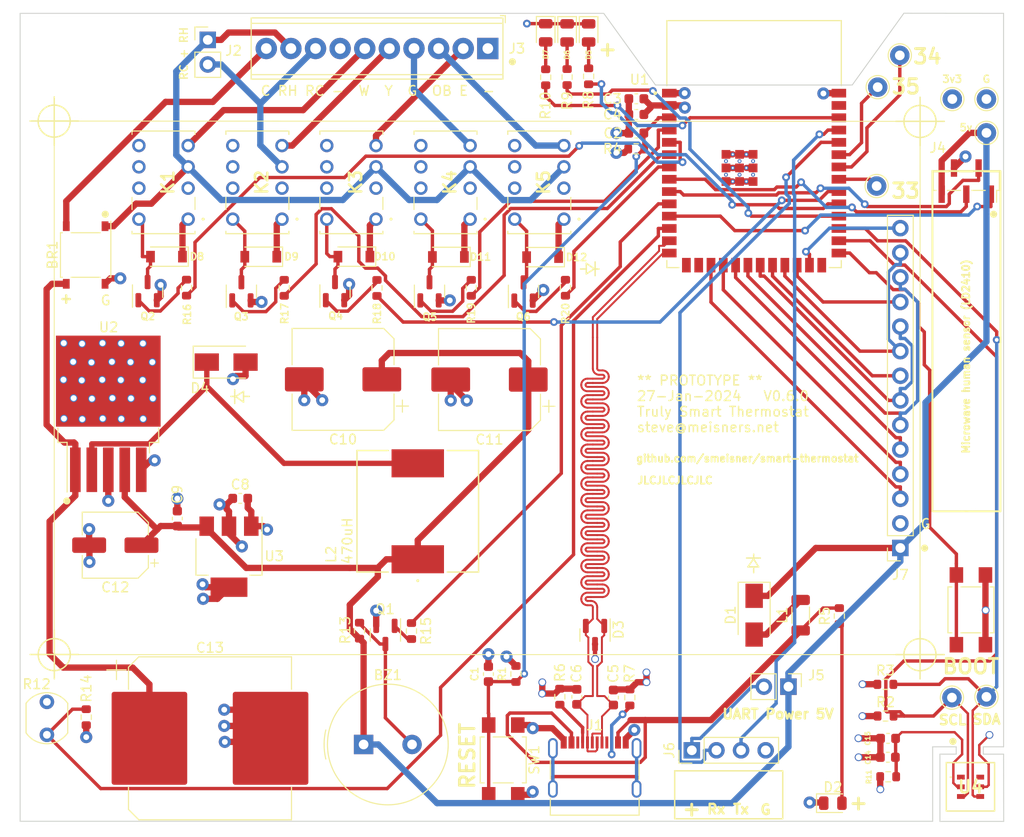
<source format=kicad_pcb>
(kicad_pcb (version 20241229) (generator "pcbnew") (generator_version "9.0")
  (title_block (title "Smart Thermostat") (date "2023-07-05") (rev "V0.5.2") (company "Steve Meisner") (comment 1 "steve@meisners.net"))
  (layers (0 "F.Cu" signal) (4 "In1.Cu" power "GND.Cu") (6 "In2.Cu" power "3v3.Cu") (2 "B.Cu" signal) (13 "F.Paste" user) (15 "B.Paste" user) (5 "F.SilkS" user "F.Silkscreen") (7 "B.SilkS" user "B.Silkscreen") (1 "F.Mask" user) (3 "B.Mask" user) (25 "Edge.Cuts" user))
  (net 0 "")
  (net 1 "GND")
  (net 2 "+5V")
  (net 3 "+3V3")
  (net 4 "SDA")
  (net 5 "SCL")
  (net 6 "EN")
  (net 7 "C")
  (net 8 "RH")
  (net 9 "USB_D+")
  (net 10 "USB_D-")
  (net 11 "TFT_CS")
  (net 12 "TFT_RESET")
  (net 13 "TFT_DC")
  (net 14 "TFT_MOSI")
  (net 15 "TFT_LED")
  (net 16 "TFT_MISO")
  (net 17 "Net-(BR1-+)")
  (net 18 "LED_HEAT")
  (net 19 "LED_COOL")
  (net 20 "TFT_CLK")
  (net 21 "TOUCH_CS")
  (net 22 "TOUCH_IRQ")
  (net 23 "HVAC_HEAT")
  (net 24 "G")
  (net 25 "HVAC_FAN")
  (net 26 "HVAC_COOL")
  (net 27 "Y")
  (net 28 "W")
  (net 29 "RC")
  (net 30 "Net-(BZ1-+)")
  (net 31 "Net-(U4-VDD)")
  (net 32 "Net-(D1-A)")
  (net 33 "Net-(D2-A)")
  (net 34 "Net-(D4-K)")
  (net 35 "Net-(D5-A)")
  (net 36 "Net-(D6-A)")
  (net 37 "Net-(D7-A)")
  (net 38 "Net-(D8-A)")
  (net 39 "Net-(D9-A)")
  (net 40 "Net-(D10-A)")
  (net 41 "Net-(D11-A)")
  (net 42 "Net-(D12-A)")
  (net 43 "Net-(J1-VBUS-PadA4)")
  (net 45 "Net-(J1-CC1)")
  (net 46 "BUZZER")
  (net 47 "LIGHT_SENS")
  (net 49 "Net-(J1-CC2)")
  (net 55 "HVAC_RVALV")
  (net 56 "LED_FAN")
  (net 57 "O{slash}B")
  (net 58 "MOTION")
  (net 60 "LD_TX")
  (net 62 "LD_RX")
  (net 63 "UART_VCC")
  (net 64 "RXD0")
  (net 65 "TXD0")
  (net 81 "E")
  (net 86 "Net-(Q1-G)")
  (net 87 "Net-(Q2-G)")
  (net 88 "HVAC_2STAGE")
  (net 89 "Net-(Q3-G)")
  (net 90 "unconnected-(U1-Pad33)")
  (net 91 "unconnected-(U1-Pad34)")
  (net 92 "unconnected-(U1-Pad35)")
  (net 93 "Net-(Q4-G)")
  (net 94 "Net-(Q5-G)")
  (net 95 "Net-(Q6-G)")
  (net 96 "Net-(U1-IO0)")
  (footprint "Package_TO_SOT_SMD:TO-263-5_TabPin3" (layer "F.Cu") (at 119.775 107.27 90)
    (property "Reference" "U2")
    (property "Value" "LM2596T-5")
  )
  (footprint "Custom Footprints:UC23NJ" (layer "F.Cu") (at 128.015 87.17 90)
    (property "Reference" "K1")
    (property "Value" "UC2-3NJ" (hide yes))
  )
  (footprint "Package_TO_SOT_SMD:SOT-23" (layer "F.Cu") (at 148.37 130.0975 -90)
    (property "Reference" "Q1")
    (property "Value" "2N7002")
  )
  (footprint "Resistor_SMD:R_0603_1608Metric" (layer "F.Cu") (at 169.34 72.42 -90)
    (property "Reference" "R8")
    (property "Value" "1K")
  )
  (footprint "OptoDevice:R_LDR_5.1x4.3mm_P3.4mm_Vertical" (layer "F.Cu") (at 113.44 137.01 -90)
    (property "Reference" "R12")
    (property "Value" "LDR07")
  )
  (footprint "MountingHole:MountingHole_2.7mm_M2.5" (layer "F.Cu") (at 181.04 134.7)
    (property "Reference" "H3" (hide yes))
    (property "Value" "MountingHole")
  )
  (footprint "Diode_SMD:Diode_Bridge_Diotec_ABS" (layer "F.Cu") (at 117.44 90.87 -90)
    (property "Reference" "BR1")
    (property "Value" "MB6S")
  )
  (footprint "Resistor_SMD:R_0603_1608Metric" (layer "F.Cu") (at 151.06 129.6975 -90)
    (property "Reference" "R15")
    (property "Value" "1k")
  )
  (footprint "TestPoint:TestPoint_THTPad_D2.0mm_Drill1.0mm" (layer "F.Cu") (at 210.39 136.49)
    (property "Reference" "TP2" (hide yes))
    (property "Value" "SDA")
  )
  (footprint "Connector_PinHeader_2.54mm:PinHeader_1x02_P2.54mm_Vertical" (layer "F.Cu") (at 130.04 68.66)
    (property "Reference" "J2")
    (property "Value" "RC+RH")
  )
  (footprint "Package_TO_SOT_SMD:SOT-23" (layer "F.Cu") (at 152.92 94.62 90)
    (property "Reference" "Q5")
    (property "Value" "2N7002")
  )
  (footprint "TestPoint:TestPoint_THTPad_D2.0mm_Drill1.0mm" (layer "F.Cu") (at 206.87 74.77)
    (property "Reference" "TP3" (hide yes))
    (property "Value" "3v3")
  )
  (footprint "TestPoint:TestPoint_THTPad_D2.0mm_Drill1.0mm" (layer "F.Cu") (at 210.39 74.77)
    (property "Reference" "TP5" (hide yes))
    (property "Value" "GND")
  )
  (footprint "Capacitor_SMD:C_0603_1608Metric" (layer "F.Cu") (at 126.9 118.08 90)
    (property "Reference" "C9")
    (property "Value" "10uF")
  )
  (footprint "Resistor_SMD:R_0603_1608Metric" (layer "F.Cu") (at 166.368 136.475 90)
    (property "Reference" "R6")
    (property "Value" "5.1K")
  )
  (footprint "Custom Footprints:UC23NJ" (layer "F.Cu") (at 157.11 87.17 90)
    (property "Reference" "K4")
    (property "Value" "UC2-3NJ" (hide yes))
  )
  (footprint "Capacitor_SMD:C_0603_1608Metric" (layer "F.Cu") (at 168.12 136.49 90)
    (property "Reference" "C6")
    (property "Value" "22pF")
  )
  (footprint "Resistor_SMD:R_0603_1608Metric" (layer "F.Cu") (at 173.59 136.555 90)
    (property "Reference" "R7")
    (property "Value" "5.1K")
  )
  (footprint "Connector_USB:USB_C_Receptacle_G-Switch_GT-USB-7010ASV" (layer "F.Cu") (at 169.97 144.925)
    (property "Reference" "J1")
    (property "Value" "USB_C_Receptacle_USB2.0")
  )
  (footprint "MountingHole:MountingHole_2.7mm_M2.5" (layer "F.Cu") (at 209.12 68.95)
    (property "Reference" "H2" (hide yes))
    (property "Value" "MountingHole")
  )
  (footprint "Diode_SMD:D_SOD-123" (layer "F.Cu") (at 154.87 91.07 180)
    (property "Reference" "D11")
    (property "Value" "1N4148W")
  )
  (footprint "Resistor_SMD:R_0603_1608Metric" (layer "F.Cu") (at 200.25 144.74 180)
    (property "Reference" "R11")
    (property "Value" "220")
  )
  (footprint "Capacitor_SMD:C_0603_1608Metric" (layer "F.Cu") (at 174.265 78.28 180)
    (property "Reference" "C2")
    (property "Value" "1uF")
  )
  (footprint "Diode_SMD:D_SMA" (layer "F.Cu") (at 186.42 128.06 -90)
    (property "Reference" "D1")
    (property "Value" "D_Zener")
  )
  (footprint "Package_TO_SOT_SMD:SOT-223-3_TabPin2" (layer "F.Cu") (at 132.23 122.02 -90)
    (property "Reference" "U3")
    (property "Value" "AMS1117-3.3")
  )
  (footprint "Custom Footprints:AHT20" (layer "F.Cu") (at 208.75 145.78)
    (property "Reference" "U4")
    (property "Value" "AHT20" (hide yes))
  )
  (footprint "Buzzer_Beeper:Buzzer_TDK_PS1240P02BT_D12.2mm_H6.5mm" (layer "F.Cu") (at 146.12 141.41)
    (property "Reference" "BZ1")
    (property "Value" "Buzzer")
  )
  (footprint "MountingHole:MountingHole_2.7mm_M2.5" (layer "F.Cu") (at 117.29 80.14)
    (property "Reference" "H5" (hide yes))
    (property "Value" "MountingHole")
  )
  (footprint "Custom Footprints:UC23NJ" (layer "F.Cu") (at 166.79 87.17 90)
    (property "Reference" "K5")
    (property "Value" "UC2-3NJ" (hide yes))
  )
  (footprint "Capacitor_SMD:C_0603_1608Metric" (layer "F.Cu") (at 174.265 76.36 180)
    (property "Reference" "C4")
    (property "Value" "22uF")
  )
  (footprint "Capacitor_SMD:CP_Elec_6.3x7.7" (layer "F.Cu") (at 120.5 120.83 180)
    (property "Reference" "C12")
    (property "Value" "47uF")
  )
  (footprint "TestPoint:TestPoint_THTPad_D2.0mm_Drill1.0mm" (layer "F.Cu") (at 201.45 70.26)
    (property "Reference" "TP4" (hide yes))
    (property "Value" "+5V")
  )
  (footprint "Resistor_SMD:R_0603_1608Metric" (layer "F.Cu") (at 199.98 138.47)
    (property "Reference" "R2")
    (property "Value" "10k")
  )
  (footprint "TestPoint:TestPoint_THTPad_D2.0mm_Drill1.0mm" (layer "F.Cu") (at 199.06 83.75)
    (property "Reference" "TP4" (hide yes))
    (property "Value" "+5V")
  )
  (footprint "LED_SMD:LED_0805_2012Metric" (layer "F.Cu") (at 169.34 67.94 -90)
    (property "Reference" "D5")
    (property "Value" "LED")
  )
  (footprint "Resistor_SMD:R_0603_1608Metric" (layer "F.Cu") (at 137.93 94.26 -90)
    (property "Reference" "R17")
    (property "Value" "470")
  )
  (footprint "LED_SMD:LED_0805_2012Metric" (layer "F.Cu") (at 164.91 67.93 -90)
    (property "Reference" "D7")
    (property "Value" "LED")
  )
  (footprint "Capacitor_SMD:CP_Elec_16x17.5" (layer "F.Cu") (at 130.27 140.77)
    (property "Reference" "C13")
    (property "Value" "680uF")
  )
  (footprint "TestPoint:TestPoint_THTPad_D2.0mm_Drill1.0mm" (layer "F.Cu") (at 210.39 78.26)
    (property "Reference" "TP4" (hide yes))
    (property "Value" "+5V")
  )
  (footprint "Capacitor_SMD:C_0603_1608Metric" (layer "F.Cu") (at 159 134.14 90)
    (property "Reference" "C1")
    (property "Value" "1uF")
  )
  (footprint "Custom Footprints:IND_CDRH127_LDNP-470MC_SUM" (layer "F.Cu") (at 151.71 117.333 90)
    (property "Reference" "L2")
    (property "Value" "470uH")
  )
  (footprint "TestPoint:TestPoint_THTPad_D2.0mm_Drill1.0mm" (layer "F.Cu") (at 206.83 136.57)
    (property "Reference" "TP1" (hide yes))
    (property "Value" "SCL")
  )
  (footprint "MountingHole:MountingHole_2.7mm_M2.5" (layer "F.Cu") (at 113.75 146.3)
    (property "Reference" "H4" (hide yes))
    (property "Value" "MountingHole")
  )
  (footprint "Resistor_SMD:R_0603_1608Metric" (layer "F.Cu") (at 167.12 72.5 -90)
    (property "Reference" "R9")
    (property "Value" "2K")
  )
  (footprint "Package_TO_SOT_SMD:SOT-23" (layer "F.Cu") (at 143.17 94.6 90)
    (property "Reference" "Q4")
    (property "Value" "2N7002")
  )
  (footprint "Package_TO_SOT_SMD:SOT-23" (layer "F.Cu") (at 170 130.11 -90)
    (property "Reference" "D3")
    (property "Value" "SP0502BAHT")
  )
  (footprint "Button_Switch_SMD:SW_SPST_TL3305A" (layer "F.Cu") (at 208.788 127.508 -90)
    (property "Reference" "SW2" (hide yes))
    (property "Value" "Boot")
  )
  (footprint "Package_TO_SOT_SMD:SOT-23" (layer "F.Cu") (at 133.51 94.62 90)
    (property "Reference" "Q3")
    (property "Value" "2N7002")
  )
  (footprint "Package_TO_SOT_SMD:SOT-23" (layer "F.Cu") (at 162.62 94.64 90)
    (property "Reference" "Q6")
    (property "Value" "2N7002")
  )
  (footprint "TestPoint:TestPoint_THTPad_D2.0mm_Drill1.0mm" (layer "F.Cu") (at 199.17 73.54)
    (property "Reference" "TP4" (hide yes))
    (property "Value" "+5V")
  )
  (footprint "Diode_SMD:D_SOD-123" (layer "F.Cu") (at 135.51 91.05 180)
    (property "Reference" "D9")
    (property "Value" "1N4148W")
  )
  (footprint "Resistor_SMD:R_0603_1608Metric" (layer "F.Cu") (at 195.21 128.15 -90)
    (property "Reference" "R5")
    (property "Value" "10K")
  )
  (footprint "MountingHole:MountingHole_2.7mm_M2.5" (layer "F.Cu") (at 208.31 115.86)
    (property "Reference" "H9" (hide yes))
    (property "Value" "MountingHole")
  )
  (footprint "Capacitor_SMD:C_0603_1608Metric" (layer "F.Cu") (at 174.265 74.74 180)
    (property "Reference" "C3")
    (property "Value" "0.1uF")
  )
  (footprint "Inductor_SMD:L_1206_3216Metric" (layer "F.Cu") (at 191.22 128.06 90)
    (property "Reference" "L1")
    (property "Value" "600ohm")
  )
  (footprint "LED_SMD:LED_0805_2012Metric" (layer "F.Cu") (at 194.54 147.47)
    (property "Reference" "D2")
    (property "Value" "LED")
  )
  (footprint "MountingHole:MountingHole_2.7mm_M2.5" (layer "F.Cu") (at 113.75 68.95)
    (property "Reference" "H1" (hide yes))
    (property "Value" "MountingHole")
  )
  (footprint "Custom Footprints:UC23NJ" (layer "F.Cu") (at 147.4 87.17 90)
    (property "Reference" "K3")
    (property "Value" "UC2-3NJ" (hide yes))
  )
  (footprint "Diode_SMD:D_SMA" (layer "F.Cu") (at 131.94 101.93)
    (property "Reference" "D4")
    (property "Value" "SS34")
  )
  (footprint "Diode_SMD:D_SOD-123" (layer "F.Cu") (at 164.59 91.09 180)
    (property "Reference" "D12")
    (property "Value" "1N4148W")
  )
  (footprint "Resistor_SMD:R_0603_1608Metric" (layer "F.Cu") (at 164.91 72.52 -90)
    (property "Reference" "R10")
    (property "Value" "1K")
  )
  (footprint "Resistor_SMD:R_0603_1608Metric" (layer "F.Cu") (at 147.5 94.27 -90)
    (property "Reference" "R18")
    (property "Value" "470")
  )
  (footprint "Resistor_SMD:R_0603_1608Metric" (layer "F.Cu") (at 199.96 135.2)
    (property "Reference" "R3")
    (property "Value" "10k")
  )
  (footprint "Capacitor_SMD:CP_Elec_10x10" (layer "F.Cu") (at 144 103.71 180)
    (property "Reference" "C10")
    (property "Value" "470uF")
  )
  (footprint "MountingHole:MountingHole_2.7mm_M2.5" (layer "F.Cu") (at 200.4 80.14)
    (property "Reference" "H6" (hide yes))
    (property "Value" "MountingHole")
  )
  (footprint "Diode_SMD:D_SOD-123" (layer "F.Cu") (at 125.78 91.04 180)
    (property "Reference" "D8")
    (property "Value" "1N4148W")
  )
  (footprint "Resistor_SMD:R_0603_1608Metric" (layer "F.Cu") (at 117.5 138.59 90)
    (property "Reference" "R14")
    (property "Value" "10k")
  )
  (footprint "Resistor_SMD:R_0603_1608Metric" (layer "F.Cu") (at 157.23 94.26 -90)
    (property "Reference" "R19")
    (property "Value" "470")
  )
  (footprint "Resistor_SMD:R_0603_1608Metric" (layer "F.Cu") (at 166.95 94.25 -90)
    (property "Reference" "R20")
    (property "Value" "470")
  )
  (footprint "Resistor_SMD:R_0603_1608Metric" (layer "F.Cu") (at 127.85 94.24 -90)
    (property "Reference" "R16")
    (property "Value" "470")
  )
  (footprint "Custom Footprints:XCVR_ESP32-S3-WROOM-1-N16R2" (layer "F.Cu") (at 186.4125 79.42)
    (property "Reference" "U1")
    (property "Value" "ESP32-S3-WROOM-1-N16")
  )
  (footprint "Connector_PinHeader_2.54mm:PinHeader_1x04_P2.54mm_Vertical" (layer "F.Cu") (at 179.99 142.01 90)
    (property "Reference" "J6")
    (property "Value" "Conn_01x04")
  )
  (footprint "LED_SMD:LED_0805_2012Metric" (layer "F.Cu") (at 167.12 67.94 -90)
    (property "Reference" "D6")
    (property "Value" "LED")
  )
  (footprint "Connector_PinHeader_2.54mm:PinHeader_1x02_P2.54mm_Vertical" (layer "F.Cu") (at 189.96 135.44 -90)
    (property "Reference" "J5")
    (property "Value" "UART PWR")
  )
  (footprint "Capacitor_SMD:C_0603_1608Metric" (layer "F.Cu") (at 133.39 116)
    (property "Reference" "C8")
    (property "Value" "10uF")
  )
  (footprint "Custom Footprints:UC23NJ" (layer "F.Cu") (at 137.7 87.17 90)
    (property "Reference" "K2")
    (property "Value" "UC2-3NJ" (hide yes))
  )
  (footprint "MountingHole:MountingHole_2.7mm_M2.5" (layer "F.Cu") (at 117.29 129.04)
    (property "Reference" "H8" (hide yes))
    (property "Value" "MountingHole")
  )
  (footprint "Capacitor_SMD:C_0603_1608Metric" (layer "F.Cu") (at 171.9 136.56 90)
    (property "Reference" "C5")
    (property "Value" "22pF")
  )
  (footprint "Capacitor_SMD:CP_Elec_10x10" (layer "F.Cu") (at 159.11 103.73 180)
    (property "Reference" "C11")
    (property "Value" "470uF")
  )
  (footprint "Button_Switch_SMD:SW_SPST_TL3305A" (layer "F.Cu") (at 160.528 143.002 -90)
    (property "Reference" "SW1")
    (property "Value" "Reset")
  )
  (footprint "Connector_PinSocket_2.54mm:PinSocket_1x14_P2.54mm_Vertical" (layer "F.Cu") (at 201.505 121.12 180)
    (property "Reference" "J7")
    (property "Value" "MSP3218")
  )
  (footprint "Resistor_SMD:R_0603_1608Metric" (layer "F.Cu") (at 161.84 134.13 90)
    (property "Reference" "R1")
    (property "Value" "10k")
  )
  (footprint "Package_TO_SOT_SMD:SOT-23" (layer "F.Cu") (at 123.83 94.6 90)
    (property "Reference" "Q2")
    (property "Value" "2N7002")
  )
  (footprint "Capacitor_SMD:C_0603_1608Metric" (layer "F.Cu") (at 200.24 140.78 180)
    (property "Reference" "C15")
    (property "Value" "10uF")
  )
  (footprint "Resistor_SMD:R_0603_1608Metric" (layer "F.Cu") (at 174.25 79.91 180)
    (property "Reference" "R4")
    (property "Value" "10k")
  )
  (footprint "TerminalBlock_Phoenix:TerminalBlock_Phoenix_MPT-0,5-10-2.54_1x10_P2.54mm_Horizontal" (layer "F.Cu") (at 158.94 69.55 180)
    (property "Reference" "J3")
    (property "Value" "Screw_Terminal_01x10")
  )
  (footprint "Resistor_SMD:R_0603_1608Metric" (layer "F.Cu") (at 145.7 129.6575 -90)
    (property "Reference" "R13")
    (property "Value" "10k")
  )
  (footprint "Diode_SMD:D_SOD-123" (layer "F.Cu") (at 145.12 91.04 180)
    (property "Reference" "D10")
    (property "Value" "1N4148W")
  )
  (footprint "MountingHole:MountingHole_2.7mm_M2.5" (layer "F.Cu") (at 200.4 129.04)
    (property "Reference" "H7" (hide yes))
    (property "Value" "MountingHole")
  )
  (footprint "Capacitor_SMD:C_0603_1608Metric" (layer "F.Cu") (at 200.22 142.73 180)
    (property "Reference" "C14")
    (property "Value" "0.1uF")
  )
  (footprint "Connector_PinSocket_1.27mm:PinSocket_1x05_P1.27mm_Vertical_SMD_Pin1Right" (layer "F.Cu") (at 208.31 83.24 -90)
    (property "Reference" "J4")
    (property "Value" "LD2410")
  )
  (gr_line (start 132.82 106.2) (end 132.82 104.78) (stroke (width 0.15)) (layer "F.SilkS"))
  (gr_line (start 169.08 92.315) (end 168.5 92.315) (stroke (width 0.15)) (layer "F.SilkS"))
  (gr_circle (center 203.53 132.14) (end 204.67 133.34) (stroke (width 0.15)) (fill no) (layer "F.SilkS"))
  (gr_line (start 185.78 123.07) (end 186.88 123.07) (stroke (width 0.15)) (layer "F.SilkS"))
  (gr_line (start 185.64 122.16) (end 187.06 122.16) (stroke (width 0.15)) (layer "F.SilkS"))
  (gr_line (start 132.83 105.43) (end 133.73 106.06) (stroke (width 0.15)) (layer "F.SilkS"))
  (gr_rect (start 178.22 144.13) (end 189.37 149.08) (stroke (width 0.15)) (fill no) (layer "F.SilkS"))
  (gr_circle (center 161.47 70.92) (end 161.762062 70.92) (stroke (width 0.15)) (fill yes) (layer "F.SilkS"))
  (gr_rect (start 206.25 143.28) (end 211.23 148.28) (stroke (width 0.15)) (fill no) (layer "F.SilkS"))
  (gr_line (start 114.2 79.545173) (end 114.2 74.545173) (stroke (width 0.15)) (layer "F.SilkS"))
  (gr_line (start 111.71 132.12) (end 116.71 132.12) (stroke (width 0.15)) (layer "F.SilkS"))
  (gr_line (start 203.54 134.64) (end 203.54 129.64) (stroke (width 0.15)) (layer "F.SilkS"))
  (gr_line (start 186.37 123.09) (end 186.37 123.67) (stroke (width 0.15)) (layer "F.SilkS"))
  (gr_line (start 186.37 122.13) (end 186.37 121.76) (stroke (width 0.15)) (layer "F.SilkS"))
  (gr_line (start 186.88 123.07) (end 186.35 122.23) (stroke (width 0.15)) (layer "F.SilkS"))
  (gr_line (start 169.1 92.825) (end 169.94 92.295) (stroke (width 0.15)) (layer "F.SilkS"))
  (gr_circle (center 119.46 86.66) (end 119.752062 86.66) (stroke (width 0.15)) (fill yes) (layer "F.SilkS"))
  (gr_line (start 203.544827 77.07) (end 114.19 77.045173) (stroke (width 0.1)) (layer "F.SilkS"))
  (gr_line (start 170.04 92.315) (end 170.41 92.315) (stroke (width 0.15)) (layer "F.SilkS"))
  (gr_circle (center 115.5 116.27) (end 115.792062 116.27) (stroke (width 0.15)) (fill yes) (layer "F.SilkS"))
  (gr_line (start 169.1 91.725) (end 169.1 92.825) (stroke (width 0.15)) (layer "F.SilkS"))
  (gr_line (start 203.544827 79.58) (end 203.544827 74.58) (stroke (width 0.15)) (layer "F.SilkS"))
  (gr_line (start 203.544827 77.07) (end 203.54 132.13) (stroke (width 0.1)) (layer "F.SilkS"))
  (gr_circle (center 204.01 121.132062) (end 204.302062 121.132062) (stroke (width 0.15)) (fill yes) (layer "F.SilkS"))
  (gr_line (start 111.7 77.035173) (end 116.7 77.035173) (stroke (width 0.15)) (layer "F.SilkS"))
  (gr_line (start 201.044827 77.07) (end 206.044827 77.07) (stroke (width 0.15)) (layer "F.SilkS"))
  (gr_line (start 133.75 105.47) (end 134.33 105.47) (stroke (width 0.15)) (layer "F.SilkS"))
  (gr_line (start 133.73 104.96) (end 132.89 105.49) (stroke (width 0.15)) (layer "F.SilkS"))
  (gr_circle (center 114.19 77.045173) (end 115.33 78.245173) (stroke (width 0.15)) (fill no) (layer "F.SilkS"))
  (gr_line (start 201.04 132.13) (end 206.04 132.13) (stroke (width 0.15)) (layer "F.SilkS"))
  (gr_circle (center 114.2 132.13) (end 115.34 133.33) (stroke (width 0.15)) (fill no) (layer "F.SilkS"))
  (gr_line (start 186.41 122.17) (end 185.78 123.07) (stroke (width 0.15)) (layer "F.SilkS"))
  (gr_line (start 170 92.355) (end 169.1 91.725) (stroke (width 0.15)) (layer "F.SilkS"))
  (gr_line (start 114.21 134.63) (end 114.21 129.63) (stroke (width 0.15)) (layer "F.SilkS"))
  (gr_line (start 132.79 105.47) (end 132.42 105.47) (stroke (width 0.15)) (layer "F.SilkS"))
  (gr_circle (center 211.13 86.66) (end 211.422062 86.66) (stroke (width 0.15)) (fill yes) (layer "F.SilkS"))
  (gr_circle (center 206.93 141.09) (end 207.222062 141.09) (stroke (width 0.15)) (fill yes) (layer "F.SilkS"))
  (gr_line (start 114.2 132.13) (end 114.2 77.04) (stroke (width 0.1)) (layer "F.SilkS"))
  (gr_line (start 203.54 132.13) (end 114.2 132.13) (stroke (width 0.1)) (layer "F.SilkS"))
  (gr_line (start 133.73 106.06) (end 133.73 104.96) (stroke (width 0.15)) (layer "F.SilkS"))
  (gr_circle (center 203.534827 77.08) (end 204.674827 78.28) (stroke (width 0.15)) (fill no) (layer "F.SilkS"))
  (gr_rect (start 204.816 82.202) (end 211.836 117.332) (stroke (width 0.2)) (fill no) (layer "F.SilkS"))
  (gr_line (start 170.01 91.585) (end 170.01 93.005) (stroke (width 0.15)) (layer "F.SilkS"))
  (gr_line (start 212.16 141.65) (end 212.158 65.92) (stroke (width 0.1)) (layer "Edge.Cuts"))
  (gr_line (start 204.84 149.34) (end 204.84 141.65) (stroke (width 0.1)) (layer "Edge.Cuts"))
  (gr_line (start 212.16 142.41) (end 210.07 142.41) (stroke (width 0.1)) (layer "Edge.Cuts"))
  (gr_line (start 212.17 149.35) (end 212.16 142.41) (stroke (width 0.1)) (layer "Edge.Cuts"))
  (gr_line (start 205.59 149.35) (end 212.17 149.35) (stroke (width 0.1)) (layer "Edge.Cuts"))
  (gr_line (start 110.682 65.92) (end 110.682 149.34) (stroke (width 0.1)) (layer "Edge.Cuts"))
  (gr_line (start 205.59 142.41) (end 205.59 149.35) (stroke (width 0.1)) (layer "Edge.Cuts"))
  (gr_line (start 210.07 141.65) (end 212.16 141.65) (stroke (width 0.1)) (layer "Edge.Cuts"))
  (gr_line (start 207.27 142.41) (end 205.59 142.41) (stroke (width 0.1)) (layer "Edge.Cuts"))
  (gr_line (start 170.9 65.92) (end 110.682 65.92) (stroke (width 0.1)) (layer "Edge.Cuts"))
  (gr_line (start 196.54 73.32) (end 176.24 73.32) (stroke (width 0.1)) (layer "Edge.Cuts"))
  (gr_line (start 207.27 141.65) (end 207.27 142.41) (stroke (width 0.1)) (layer "Edge.Cuts"))
  (gr_line (start 201.87 65.91) (end 196.54 73.32) (stroke (width 0.1)) (layer "Edge.Cuts"))
  (gr_line (start 212.158 65.92) (end 201.87 65.91) (stroke (width 0.1)) (layer "Edge.Cuts"))
  (gr_line (start 110.682 149.34) (end 204.84 149.34) (stroke (width 0.1)) (layer "Edge.Cuts"))
  (gr_line (start 210.07 142.41) (end 210.07 141.65) (stroke (width 0.1)) (layer "Edge.Cuts"))
  (gr_line (start 204.84 141.65) (end 207.27 141.65) (stroke (width 0.1)) (layer "Edge.Cuts"))
  (gr_line (start 176.24 73.32) (end 170.9 65.92) (stroke (width 0.1)) (layer "Edge.Cuts"))
  (gr_text "+" (at 179.98 148.04 0) (layer "F.SilkS") (effects (font (size 1.5 1.5) (thickness 0.3))))
  (gr_text "+" (at 115.43 95.35 0) (layer "F.SilkS") (effects (font (size 1 1) (thickness 0.25))))
  (gr_text "34" (at 204.29 70.38 0) (layer "F.SilkS") (effects (font (size 1.5 1.5) (thickness 0.3))))
  (gr_text "G" (at 204.11 118.64 0) (layer "F.SilkS") (effects (font (size 1 1))))
  (gr_text "35" (at 202.08 73.49 0) (layer "F.SilkS") (effects (font (size 1.5 1.5) (thickness 0.3))))
  (gr_text "BOOT" (at 208.788 133.35 0) (layer "F.SilkS") (effects (font (size 1.5 1.5) (thickness 0.3))))
  (gr_text "3v3" (at 206.86 72.71 0) (layer "F.SilkS") (effects (font (size 0.75 0.75))))
  (gr_text "33" (at 202.05 84.25 0) (layer "F.SilkS") (effects (font (size 1.5 1.5) (thickness 0.3))))
  (gr_text "G" (at 187.6 148.14 0) (layer "F.SilkS") (effects (font (size 1 1) (thickness 0.25))))
  (gr_text "G" (at 210.38 72.71 0) (layer "F.SilkS") (effects (font (size 0.75 0.75))))
  (gr_text "JLCJLCJLCJLC" (at 174.28 114.14 0) (layer "F.SilkS") (effects (font (size 0.75 0.75) (thickness 0.1875)) (justify left)))
  (gr_text "+" (at 197.19 147.41 0) (layer "F.SilkS") (effects (font (size 1.5 1.5) (thickness 0.3))))
  (gr_text "Tx" (at 185.06 148.09 0) (layer "F.SilkS") (effects (font (size 1 1) (thickness 0.25))))
  (gr_text "Rx" (at 182.5 148.09 0) (layer "F.SilkS") (effects (font (size 1 1) (thickness 0.25))))
  (gr_text "G" (at 119.5 95.55 0) (layer "F.SilkS") (effects (font (size 1 1))))
  (gr_text "Microwave human sensor (LD2410)" (at 208.28 101.346 90) (layer "F.SilkS") (effects (font (size 0.75 0.75) (thickness 0.1875))))
  (gr_text "RESET" (at 156.83 142.58 90) (layer "F.SilkS") (effects (font (size 1.5 1.5) (thickness 0.3))))
  (gr_text "SDA" (at 210.41 138.82 0) (layer "F.SilkS") (effects (font (size 1 1) (thickness 0.25))))
  (gr_text "RC + RH" (at 127.57 72.89 90) (layer "F.SilkS") (effects (font (size 0.8 0.8)) (justify left)))
  (gr_text "+" (at 171.3 69.59 0) (layer "F.SilkS") (effects (font (size 1.5 1.5) (thickness 0.3))))
  (gr_text "C RH RC -  W  Y  G  OB E  -" (at 135.41 73.92 0) (layer "F.SilkS") (effects (font (size 1 1)) (justify left)))
  (gr_text "UART Power 5V" (at 188.89 138.27 0) (layer "F.SilkS") (effects (font (size 1 1) (thickness 0.25))))
  (gr_text "5v" (at 208.28 77.71 0) (layer "F.SilkS") (effects (font (size 0.75 0.75))))
  (gr_text "SCL" (at 206.89 138.88 0) (layer "F.SilkS") (effects (font (size 1 1) (thickness 0.25))))
  (gr_text "github.com/smeisner/smart-thermostat" (at 185.72 111.87 0) (layer "F.SilkS") (effects (font (size 0.75 0.75) (thickness 0.1875))))
  (gr_text "** PROTOTYPE **\n27-Jan-2024   V0.6.0\nTruly Smart Thermostat\nsteve@meisners.net" (at 174.24 106.24 0) (layer "F.SilkS") (effects (font (size 1 1)) (justify left)))
  (segment (start 174.29 144.7249) (end 165.65 144.7249) (width 0.35) (layer "F.Cu") (net 0))
  (segment (start 165.65 146) (end 165.65 144.7249) (width 0.35) (layer "F.Cu") (net 0))
  (segment (start 174.29 146) (end 174.29 144.7249) (width 0.35) (layer "F.Cu") (net 0))
  (segment (start 165.65 141.8) (end 165.65 146) (width 0.35) (layer "B.Cu") (net 0))
  (segment (start 174.29 146) (end 174.29 141.8) (width 0.35) (layer "B.Cu") (net 0))
  (segment (start 131.74 137.82) (end 133.57 137.82) (width 0.65) (layer "F.Cu") (net 1))
  (segment (start 170 132.58) (end 170.01 132.59) (width 0.65) (layer "F.Cu") (net 1))
  (segment (start 184.2125 83.28) (end 183.5125 83.28) (width 0.65) (layer "F.Cu") (net 1))
  (segment (start 210.62 143.44) (end 209.65 142.47) (width 0.25) (layer "F.Cu") (net 1))
  (segment (start 144.6263 95.0312) (end 144.12 95.5375) (width 0.65) (layer "F.Cu") (net 1))
  (segment (start 175.31 133.97) (end 175.31 134.98) (width 0.65) (layer "F.Cu") (net 1))
  (segment (start 162.97 66.98) (end 164.8975 66.98) (width 0.35) (layer "F.Cu") (net 1))
  (segment (start 197.18 140.77) (end 199.455 140.77) (width 0.65) (layer "F.Cu") (net 1))
  (segment (start 163.2531 139.402) (end 163.5781 139.727) (width 0.65) (layer "F.Cu") (net 1))
  (segment (start 173.49 74.74) (end 173.49 76.36) (width 0.65) (layer "F.Cu") (net 1))
  (segment (start 164.8975 66.98) (end 164.91 66.9925) (width 0.65) (layer "F.Cu") (net 1))
  (segment (start 168.055 135.65) (end 168.12 135.715) (width 0.65) (layer "F.Cu") (net 1))
  (segment (start 134.6221 95.7196) (end 135.5884 95.7196) (width 0.65) (layer "F.Cu") (net 1))
  (segment (start 132.6424 103.6847) (end 132.972 103.3551) (width 0.65) (layer "F.Cu") (net 1))
  (segment (start 174.34 134.98) (end 173.59 135.73) (width 0.65) (layer "F.Cu") (net 1))
  (segment (start 185.6125 81.88) (end 186.3125 81.88) (width 0.65) (layer "F.Cu") (net 1))
  (segment (start 197.2 142.73) (end 199.445 142.73) (width 0.65) (layer "F.Cu") (net 1))
  (segment (start 136.15 141.14) (end 136.52 140.77) (width 0.65) (layer "F.Cu") (net 1))
  (segment (start 124.1456 112.0744) (end 123.175 113.045) (width 0.65) (layer "F.Cu") (net 1))
  (segment (start 209.65 142.47) (end 209.65 141.47) (width 0.25) (layer "F.Cu") (net 1))
  (segment (start 125.1785 95.139) (end 124.78 95.5375) (width 0.65) (layer "F.Cu") (net 1))
  (segment (start 140 105.8671) (end 140 103.71) (width 0.65) (layer "F.Cu") (net 1))
  (segment (start 179.2492 74.16) (end 177.6625 74.16) (width 0.65) (layer "F.Cu") (net 1))
  (segment (start 133.94 101.93) (end 133.94 103.3551) (width 0.65) (layer "F.Cu") (net 1))
  (segment (start 134.53 118.87) (end 135.8051 118.87) (width 0.65) (layer "F.Cu") (net 1))
  (segment (start 199.445 140.8) (end 199.445 142.73) (width 0.65) (layer "F.Cu") (net 1))
  (segment (start 124.5607 112.0744) (end 124.1456 112.0744) (width 0.65) (layer "F.Cu") (net 1))
  (segment (start 167.12 67.0025) (end 169.34 67.0025) (width 0.35) (layer "F.Cu") (net 1))
  (segment (start 135.2427 139.4927) (end 136.52 140.77) (width 0.65) (layer "F.Cu") (net 1))
  (segment (start 210.31 127.55) (end 210.288 127.528) (width 0.65) (layer "F.Cu") (net 1))
  (segment (start 126.9 117.305) (end 126.9 116.0202) (width 0.65) (layer "F.Cu") (net 1))
  (segment (start 193.531 147.3985) (end 193.6025 147.47) (width 0.65) (layer "F.Cu") (net 1))
  (segment (start 134.53 118.87) (end 134.53 117.3449) (width 0.65) (layer "F.Cu") (net 1))
  (segment (start 210.288 127.528) (end 210.288 123.908) (width 0.65) (layer "F.Cu") (net 1))
  (segment (start 209.65 141.47) (end 210.7 140.42) (width 0.25) (layer "F.Cu") (net 1))
  (segment (start 165.868 136.15) (end 166.368 135.65) (width 0.65) (layer "F.Cu") (net 1))
  (segment (start 159 133.365) (end 159 132.0843) (width 0.65) (layer "F.Cu") (net 1))
  (segment (start 185.6125 80.48) (end 184.9125 80.48) (width 0.65) (layer "F.Cu") (net 1))
  (segment (start 184.9125 81.88) (end 184.2125 81.88) (width 0.65) (layer "F.Cu") (net 1))
  (segment (start 163.5657 146.2894) (end 163.2531 146.602) (width 0.65) (layer "F.Cu") (net 1))
  (segment (start 175.31 134.98) (end 174.34 134.98) (width 0.65) (layer "F.Cu") (net 1))
  (segment (start 193.5638 74.1924) (end 193.855 74.1924) (width 0.65) (layer "F.Cu") (net 1))
  (segment (start 134.165 116.9799) (end 134.165 116) (width 0.65) (layer "F.Cu") (net 1))
  (segment (start 166.368 135.65) (end 168.055 135.65) (width 0.65) (layer "F.Cu") (net 1))
  (segment (start 163.57 95.5775) (end 164.661 94.4865) (width 0.65) (layer "F.Cu") (net 1))
  (segment (start 119.15 103.75) (end 119.63 103.75) (width 0.65) (layer "F.Cu") (net 1))
  (segment (start 131.7406 139.4927) (end 135.2427 139.4927) (width 0.65) (layer "F.Cu") (net 1))
  (segment (start 153.87 95.5575) (end 155.014 95.5575) (width 0.65) (layer "F.Cu") (net 1))
  (segment (start 210.288 127.572) (end 210.288 131.108) (width 0.65) (layer "F.Cu") (net 1))
  (segment (start 186.3125 80.48) (end 185.6125 80.48) (width 0.65) (layer "F.Cu") (net 1))
  (segment (start 119.775 116.252) (end 119.775 113.045) (width 0.65) (layer "F.Cu") (net 1))
  (segment (start 165.5988 139.727) (end 166.6752 140.8034) (width 0.65) (layer "F.Cu") (net 1))
  (segment (start 134.53 117.3449) (end 134.165 116.9799) (width 0.65) (layer "F.Cu") (net 1))
  (segment (start 117.8 120.83) (end 117.8 119.1759) (width 0.65) (layer "F.Cu") (net 1))
  (segment (start 164.54 136.15) (end 165.868 136.15) (width 0.65) (layer "F.Cu") (net 1))
  (segment (start 184.2125 81.88) (end 183.5125 81.88) (width 0.65) (layer "F.Cu") (net 1))
  (segment (start 117.83 122.56) (end 117.83 120.86) (width 0.65) (layer "F.Cu") (net 1))
  (segment (start 120.005 93.28) (end 119.44 93.845) (width 0.65) (layer "F.Cu") (net 1))
  (segment (start 117.5 139.415) (end 117.5 140.65) (width 0.65) (layer "F.Cu") (net 1))
  (segment (start 163.5781 139.727) (end 165.5988 139.727) (width 0.65) (layer "F.Cu") (net 1))
  (segment (start 140 103.71) (end 140 104.01) (width 0.65) (layer "F.Cu") (net 1))
  (segment (start 164.56 134.99) (end 164.56 136.13) (width 0.65) (layer "F.Cu") (net 1))
  (segment (start 119.63 103.75) (end 119.775 103.895) (width 0.65) (layer "F.Cu") (net 1))
  (segment (start 185.6125 83.28) (end 184.9125 83.28) (width 0.65) (layer "F.Cu") (net 1))
  (segment (start 173.59 135.73) (end 171.955 135.73) (width 0.65) (layer "F.Cu") (net 1))
  (segment (start 133.57 137.82) (end 136.52 140.77) (width 0.65) (layer "F.Cu") (net 1))
  (segment (start 193.855 74.1924) (end 193.8874 74.16) (width 0.65) (layer "F.Cu") (net 1))
  (segment (start 134.46 95.5575) (end 134.6221 95.7196) (width 0.65) (layer "F.Cu") (net 1))
  (segment (start 170 131.048) (end 170 131.0475) (width 0.65) (layer "F.Cu") (net 1))
  (segment (start 199.455 140.77) (end 199.465 140.78) (width 0.65) (layer "F.Cu") (net 1))
  (segment (start 136.1592 119.2241) (end 135.8051 118.87) (width 0.65) (layer "F.Cu") (net 1))
  (segment (start 167.11 66.9925) (end 167.12 67.0025) (width 0.65) (layer "F.Cu") (net 1))
  (segment (start 209.75 145.78) (end 210.44 145.78) (width 0.25) (layer "F.Cu") (net 1))
  (segment (start 132.972 103.3551) (end 133.94 103.3551) (width 0.65) (layer "F.Cu") (net 1))
  (segment (start 195.1625 74.16) (end 193.8874 74.16) (width 0.65) (layer "F.Cu") (net 1))
  (segment (start 186.3125 83.28) (end 185.6125 83.28) (width 0.65) (layer "F.Cu") (net 1))
  (segment (start 125.1785 93.9553) (end 125.1785 95.139) (width 0.65) (layer "F.Cu") (net 1))
  (segment (start 162.028 139.402) (end 163.2531 139.402) (width 0.65) (layer "F.Cu") (net 1))
  (segment (start 144.6263 93.8771) (end 144.6263 95.0312) (width 0.65) (layer "F.Cu") (net 1))
  (segment (start 173.49 78.28) (end 173.49 76.36) (width 0.65) (layer "F.Cu") (net 1))
  (segment (start 184.2125 80.48) (end 183.5125 80.48) (width 0.65) (layer "F.Cu") (net 1))
  (segment (start 207.04 81.89) (end 208.2289 80.7011) (width 0.65) (layer "F.Cu") (net 1))
  (segment (start 172.2073 78.28) (end 173.49 78.28) (width 0.65) (layer "F.Cu") (net 1))
  (segment (start 171.955 135.73) (end 171.9 135.785) (width 0.65) (layer "F.Cu") (net 1))
  (segment (start 121.01 93.28) (end 120.005 93.28) (width 0.65) (layer "F.Cu") (net 1))
  (segment (start 155.11 104.23) (end 156.77 105.89) (width 0.65) (layer "F.Cu") (net 1))
  (segment (start 117.83 120.86) (end 117.8 120.83) (width 0.65) (layer "F.Cu") (net 1))
  (segment (start 164.91 66.9925) (end 167.11 66.9925) (width 0.35) (layer "F.Cu") (net 1))
  (segment (start 131.8 141.14) (end 136.15 141.14) (width 0.65) (layer "F.Cu") (net 1))
  (segment (start 192.1453 147.3985) (end 193.531 147.3985) (width 0.65) (layer "F.Cu") (net 1))
  (segment (start 164.56 136.13) (end 164.54 136.15) (width 0.65) (layer "F.Cu") (net 1))
  (segment (start 162.028 146.602) (end 163.2531 146.602) (width 0.65) (layer "F.Cu") (net 1))
  (segment (start 199.465 140.78) (end 199.445 140.8) (width 0.65) (layer "F.Cu") (net 1))
  (segment (start 155.11 103.73) (end 155.11 104.23) (width 0.65) (layer "F.Cu") (net 1))
  (segment (start 210.31 127.55) (end 210.288 127.572) (width 0.65) (layer "F.Cu") (net 1))
  (segment (start 210.44 145.78) (end 210.62 145.6) (width 0.25) (layer "F.Cu") (net 1))
  (segment (start 147.42 129.16) (end 147.42 127.5884) (width 0.65) (layer "F.Cu") (net 1))
  (segment (start 170 131.048) (end 170 132.58) (width 0.45) (layer "F.Cu") (net 1))
  (segment (start 140 104.01) (end 141.85 105.86) (width 0.65) (layer "F.Cu") (net 1))
  (segment (start 173.2648 140.7003) (end 174.0558 139.9093) (width 0.65) (layer "F.Cu") (net 1))
  (segment (start 210.62 145.6) (end 210.62 143.44) (width 0.25) (layer "F.Cu") (net 1))
  (segment (start 155.11 105.8861) (end 155.11 103.73) (width 0.65) (layer "F.Cu") (net 1))
  (via (at 140 105.8671) (size 1.25) (drill 0.6) (layers "F.Cu" "B.Cu") (net 1))
  (via (at 119.15 103.75) (size 0.8) (drill 0.6) (layers "F.Cu" "B.Cu") (net 1))
  (via (at 115.2 107.76) (size 0.8) (drill 0.6) (layers "F.Cu" "B.Cu") (net 1))
  (via (at 210.7 140.42) (size 0.8) (drill 0.6) (layers "F.Cu" "B.Cu") (net 1))
  (via (at 175.31 134.98) (size 0.8) (drill 0.6) (layers "F.Cu" "B.Cu") (net 1))
  (via (at 115.18 99.97) (size 0.8) (drill 0.6) (layers "F.Cu" "B.Cu") (net 1))
  (via (at 147.42 127.5884) (size 1.25) (drill 0.6) (layers "F.Cu" "B.Cu") (net 1))
  (via (at 163.5657 146.2894) (size 1.25) (drill 0.6) (layers "F.Cu" "B.Cu") (net 1))
  (via (at 124.32 101.93) (size 0.8) (drill 0.6) (layers "F.Cu" "B.Cu") (net 1))
  (via (at 124.5607 112.0744) (size 1.25) (drill 0.6) (layers "F.Cu" "B.Cu") (net 1))
  (via (at 192.1453 147.3985) (size 1.25) (drill 0.6) (layers "F.Cu" "B.Cu") (net 1))
  (via (at 119.775 116.252) (size 1.25) (drill 0.6) (layers "F.Cu" "B.Cu") (net 1))
  (via (at 119.18 99.97) (size 0.8) (drill 0.6) (layers "F.Cu" "B.Cu") (net 1))
  (via (at 117.8 119.1759) (size 1.25) (drill 0.6) (layers "F.Cu" "B.Cu") (net 1))
  (via (at 155.014 95.5575) (size 1.25) (drill 0.6) (layers "F.Cu" "B.Cu") (net 1))
  (via (at 120.2 105.65) (size 0.8) (drill 0.6) (layers "F.Cu" "B.Cu") (net 1))
  (via (at 124.37 105.68) (size 0.8) (drill 0.6) (layers "F.Cu" "B.Cu") (net 1))
  (via (at 136.1592 119.2241) (size 1.25) (drill 0.6) (layers "F.Cu" "B.Cu") (net 1))
  (via (at 170.01 132.59) (size 0.8) (drill 0.6) (layers "F.Cu" "B.Cu") (net 1))
  (via (at 117.04 103.81) (size 0.8) (drill 0.6) (layers "F.Cu" "B.Cu") (net 1))
  (via (at 164.54 136.15) (size 0.8) (drill 0.6) (layers "F.Cu" "B.Cu") (net 1))
  (via (at 131.7406 139.4927) (size 1.25) (drill 0.6) (layers "F.Cu" "B.Cu") (net 1))
  (via (at 131.8 141.14) (size 1.25) (drill 0.6) (layers "F.Cu" "B.Cu") (net 1))
  (via (at 174.0558 139.9093) (size 1.25) (drill 0.6) (layers "F.Cu" "B.Cu") (net 1))
  (via (at 179.2492 74.16) (size 1.25) (drill 0.6) (layers "F.Cu" "B.Cu") (net 1))
  (via (at 121.07 103.78) (size 0.8) (drill 0.6) (layers "F.Cu" "B.Cu") (net 1))
  (via (at 141.85 105.86) (size 1.25) (drill 0.6) (layers "F.Cu" "B.Cu") (net 1))
  (via (at 118.09 105.71) (size 0.8) (drill 0.6) (layers "F.Cu" "B.Cu") (net 1))
  (via (at 197.18 140.77) (size 0.8) (drill 0.6) (layers "F.Cu" "B.Cu") (net 1))
  (via (at 164.661 94.4865) (size 1.25) (drill 0.6) (layers "F.Cu" "B.Cu") (net 1))
  (via (at 159 132.0843) (size 1.25) (drill 0.6) (layers "F.Cu" "B.Cu") (net 1))
  (via (at 131.74 137.82) (size 1.25) (drill 0.6) (layers "F.Cu" "B.Cu") (net 1))
  (via (at 175.31 133.97) (size 0.8) (drill 0.6) (layers "F.Cu" "B.Cu") (net 1))
  (via (at 121.01 93.28) (size 1.25) (drill 0.6) (layers "F.Cu" "B.Cu") (net 1))
  (via (at 172.2073 78.28) (size 1.25) (drill 0.6) (layers "F.Cu" "B.Cu") (net 1))
  (via (at 156.77 105.89) (size 1.25) (drill 0.6) (layers "F.Cu" "B.Cu") (net 1))
  (via (at 115.15 103.75) (size 0.8) (drill 0.6) (layers "F.Cu" "B.Cu") (net 1))
  (via (at 155.11 105.8861) (size 1.25) (drill 0.6) (layers "F.Cu" "B.Cu") (net 1))
  (via (at 163.5781 139.727) (size 1.25) (drill 0.6) (layers "F.Cu" "B.Cu") (net 1))
  (via (at 123.37 107.79) (size 0.8) (drill 0.6) (layers "F.Cu" "B.Cu") (net 1))
  (via (at 116.15 101.9) (size 0.8) (drill 0.6) (layers "F.Cu" "B.Cu") (net 1))
  (via (at 162.97 66.98) (size 0.8) (drill 0.4) (layers "F.Cu" "B.Cu") (net 1))
  (via (at 125.1785 93.9553) (size 1.25) (drill 0.6) (layers "F.Cu" "B.Cu") (net 1))
  (via (at 208.2289 80.7011) (size 1.25) (drill 0.6) (layers "F.Cu" "B.Cu") (net 1))
  (via (at 117.5 140.65) (size 1.25) (drill 0.6) (layers "F.Cu" "B.Cu") (net 1))
  (via (at 164.56 134.99) (size 0.8) (drill 0.6) (layers "F.Cu" "B.Cu") (net 1))
  (via (at 121.1 100) (size 0.8) (drill 0.6) (layers "F.Cu" "B.Cu") (net 1))
  (via (at 117.09 107.82) (size 0.8) (drill 0.6) (layers "F.Cu" "B.Cu") (net 1))
  (via (at 197.2 142.73) (size 0.8) (drill 0.6) (layers "F.Cu" "B.Cu") (net 1))
  (via (at 122.07 101.93) (size 0.8) (drill 0.6) (layers "F.Cu" "B.Cu") (net 1))
  (via (at 135.5884 95.7196) (size 1.25) (drill 0.6) (layers "F.Cu" "B.Cu") (net 1))
  (via (at 117.07 100.03) (size 0.8) (drill 0.6) (layers "F.Cu" "B.Cu") (net 1))
  (via (at 123.32 103.78) (size 0.8) (drill 0.6) (layers "F.Cu" "B.Cu") (net 1))
  (via (at 117.83 122.56) (size 1.25) (drill 0.6) (layers "F.Cu" "B.Cu") (net 1))
  (via (at 121.12 107.79) (size 0.8) (drill 0.6) (layers "F.Cu" "B.Cu") (net 1))
  (via (at 122.12 105.68) (size 0.8) (drill 0.6) (layers "F.Cu" "B.Cu") (net 1))
  (via (at 132.6424 103.6847) (size 1.25) (drill 0.6) (layers "F.Cu" "B.Cu") (net 1))
  (via (at 119.2 107.76) (size 0.8) (drill 0.6) (layers "F.Cu" "B.Cu") (net 1))
  (via (at 120.15 101.9) (size 0.8) (drill 0.6) (layers "F.Cu" "B.Cu") (net 1))
  (via (at 118.04 101.96) (size 0.8) (drill 0.6) (layers "F.Cu" "B.Cu") (net 1))
  (via (at 116.2 105.65) (size 0.8) (drill 0.6) (layers "F.Cu" "B.Cu") (net 1))
  (via (at 123.35 100) (size 0.8) (drill 0.6) (layers "F.Cu" "B.Cu") (net 1))
  (via (at 210.31 127.55) (size 0.8) (drill 0.6) (layers "F.Cu" "B.Cu") (net 1))
  (via (at 193.5638 74.1924) (size 1.25) (drill 0.6) (layers "F.Cu" "B.Cu") (net 1))
  (via (at 144.6263 93.8771) (size 1.25) (drill 0.6) (layers "F.Cu" "B.Cu") (net 1))
  (via (at 126.9 116.0202) (size 1.25) (drill 0.6) (layers "F.Cu" "B.Cu") (net 1))
  (segment (start 124.8175 119.2125) (end 125.175 118.855) (width 0.65) (layer "F.Cu") (net 2))
  (segment (start 129.93 119.1005) (end 129.93 119.002) (width 0.65) (layer "F.Cu") (net 2))
  (segment (start 144.699 123.178) (end 134.0075 123.178) (width 0.65) (layer "F.Cu") (net 2))
  (segment (start 121.475 113.045) (end 121.475 115.8701) (width 0.65) (layer "F.Cu") (net 2))
  (segment (start 163.11 108.9131) (end 151.71 120.3131) (width 0.65) (layer "F.Cu") (net 2))
  (segment (start 134.0075 123.178) (end 129.93 119.1005) (width 0.65) (layer "F.Cu") (net 2))
  (segment (start 163.11 103.73) (end 163.11 108.9131) (width 0.65) (layer "F.Cu") (net 2))
  (segment (start 208.637 78.26) (end 205.77 81.127) (width 0.65) (layer "F.Cu") (net 2))
  (segment (start 151.71 122.286) (end 151.71 120.3131) (width 0.65) (layer "F.Cu") (net 2))
  (segment (start 186.42 126.06) (end 187.8451 126.06) (width 0.65) (layer "F.Cu") (net 2))
  (segment (start 123.2 120.83) (end 124.8175 119.2125) (width 0.65) (layer "F.Cu") (net 2))
  (segment (start 201.505 121.12) (end 192.7851 121.12) (width 0.65) (layer "F.Cu") (net 2))
  (segment (start 145.7 130.4825) (end 144.699 129.4815) (width 0.65) (layer "F.Cu") (net 2))
  (segment (start 205.77 81.127) (end 205.77 84.59) (width 0.65) (layer "F.Cu") (net 2))
  (segment (start 129.93 118.87) (end 129.93 119.002) (width 0.65) (layer "F.Cu") (net 2))
  (segment (start 144.699 126.991) (end 147.5878 124.1022) (width 0.65) (layer "F.Cu") (net 2))
  (segment (start 127.047 119.002) (end 129.93 119.002) (width 0.65) (layer "F.Cu") (net 2))
  (segment (start 151.71 122.286) (end 148.4798 122.286) (width 0.65) (layer "F.Cu") (net 2))
  (segment (start 148.4798 122.286) (end 147.5878 123.178) (width 0.65) (layer "F.Cu") (net 2))
  (segment (start 147.5878 123.178) (end 147.5878 124.1022) (width 0.65) (layer "F.Cu") (net 2))
  (segment (start 148 101.76) (end 148.77 100.99) (width 0.65) (layer "F.Cu") (net 2))
  (segment (start 192.7851 121.12) (end 187.8451 126.06) (width 0.65) (layer "F.Cu") (net 2))
  (segment (start 144.699 129.4815) (end 144.699 126.991) (width 0.65) (layer "F.Cu") (net 2))
  (segment (start 146.12 141.41) (end 146.12 130.9025) (width 0.65) (layer "F.Cu") (net 2))
  (segment (start 124.8175 119.2125) (end 121.475 115.8701) (width 0.65) (layer "F.Cu") (net 2))
  (segment (start 148 103.71) (end 148 101.76) (width 0.65) (layer "F.Cu") (net 2))
  (segment (start 163.11 101.83) (end 163.11 103.73) (width 0.65) (layer "F.Cu") (net 2))
  (segment (start 148.77 100.99) (end 162.27 100.99) (width 0.65) (layer "F.Cu") (net 2))
  (segment (start 125.175 118.855) (end 126.9 118.855) (width 0.65) (layer "F.Cu") (net 2))
  (segment (start 146.12 130.9025) (end 145.7 130.4825) (width 0.65) (layer "F.Cu") (net 2))
  (segment (start 162.27 100.99) (end 163.11 101.83) (width 0.65) (layer "F.Cu") (net 2))
  (segment (start 147.5878 123.178) (end 144.699 123.178) (width 0.65) (layer "F.Cu") (net 2))
  (segment (start 210.39 78.26) (end 208.637 78.26) (width 0.65) (layer "F.Cu") (net 2))
  (segment (start 126.9 118.855) (end 127.047 119.002) (width 0.65) (layer "F.Cu") (net 2))
  (segment (start 204.1026 106.0952) (end 204.1026 118.5224) (width 0.65) (layer "B.Cu") (net 2))
  (segment (start 153.6984 147.4633) (end 147.6451 141.41) (width 0.65) (layer "B.Cu") (net 2))
  (segment (start 146.12 141.41) (end 147.6451 141.41) (width 0.65) (layer "B.Cu") (net 2))
  (segment (start 210.39 99.8078) (end 204.1026 106.0952) (width 0.65) (layer "B.Cu") (net 2))
  (segment (start 210.39 78.26) (end 210.39 99.8078) (width 0.65) (layer "B.Cu") (net 2))
  (segment (start 184.1376 147.4633) (end 153.6984 147.4633) (width 0.65) (layer "B.Cu") (net 2))
  (segment (start 201.505 122.4951) (end 189.96 134.0401) (width 0.65) (layer "B.Cu") (net 2))
  (segment (start 189.96 135.44) (end 189.96 141.6409) (width 0.65) (layer "B.Cu") (net 2))
  (segment (start 201.505 121.12) (end 201.505 122.4951) (width 0.65) (layer "B.Cu") (net 2))
  (segment (start 189.96 141.6409) (end 184.1376 147.4633) (width 0.65) (layer "B.Cu") (net 2))
  (segment (start 189.96 134.0401) (end 189.96 135.44) (width 0.65) (layer "B.Cu") (net 2))
  (segment (start 204.1026 118.5224) (end 201.505 121.12) (width 0.65) (layer "B.Cu") (net 2))
  (segment (start 146.77 87.8) (end 146.77 91.04) (width 0.65) (layer "F.Cu") (net 3))
  (segment (start 127.43 87.755) (end 127.43 91.04) (width 0.65) (layer "F.Cu") (net 3))
  (segment (start 132.23 125.17) (end 129.8049 125.17) (width 0.65) (layer "F.Cu") (net 3))
  (segment (start 199.425 146.025) (end 199.425 144.74) (width 0.65) (layer "F.Cu") (net 3))
  (segment (start 199.44 146.04) (end 199.425 146.025) (width 0.65) (layer "F.Cu") (net 3))
  (segment (start 175.73 75.67) (end 175.04 76.36) (width 0.65) (layer "F.Cu") (net 3))
  (segment (start 177.6625 75.43) (end 178.9376 75.43) (width 0.65) (layer "F.Cu") (net 3))
  (segment (start 137.16 87.71) (end 137.7 87.17) (width 0.65) (layer "F.Cu") (net 3))
  (segment (start 131.2561 116.6216) (end 131.9934 116.6216) (width 0.65) (layer "F.Cu") (net 3))
  (segment (start 156.52 87.76) (end 157.11 87.17) (width 0.65) (layer "F.Cu") (net 3))
  (segment (start 131.9934 116.6216) (end 131.9934 117.1083) (width 0.65) (layer "F.Cu") (net 3))
  (segment (start 147.4 87.17) (end 146.77 87.8) (width 0.65) (layer "F.Cu") (net 3))
  (segment (start 129.5032 124.8683) (end 129.8049 125.17) (width 0.65) (layer "F.Cu") (net 3))
  (segment (start 166.24 87.72) (end 166.24 91.09) (width 0.65) (layer "F.Cu") (net 3))
  (segment (start 199.125 135.19) (end 199.135 135.2) (width 0.65) (layer "F.Cu") (net 3))
  (segment (start 161.84 133.305) (end 160.8658 132.3308) (width 0.65) (layer "F.Cu") (net 3))
  (segment (start 137.16 91.05) (end 137.16 87.71) (width 0.65) (layer "F.Cu") (net 3))
  (segment (start 179.1626 75.655) (end 178.9376 75.43) (width 0.65) (layer "F.Cu") (net 3))
  (segment (start 131.9934 117.1083) (end 132.23 117.3449) (width 0.65) (layer "F.Cu") (net 3))
  (segment (start 177.6625 75.43) (end 175.73 75.43) (width 0.65) (layer "F.Cu") (net 3))
  (segment (start 175.73 75.43) (end 175.04 74.74) (width 0.65) (layer "F.Cu") (net 3))
  (segment (start 131.9934 116.6216) (end 132.615 116) (width 0.65) (layer "F.Cu") (net 3))
  (segment (start 128.015 87.17) (end 127.43 87.755) (width 0.65) (layer "F.Cu") (net 3))
  (segment (start 172.1915 80.3228) (end 173.0122 80.3228) (width 0.65) (layer "F.Cu") (net 3))
  (segment (start 132.23 118.87) (end 132.23 119.63) (width 0.65) (layer "F.Cu") (net 3))
  (segment (start 132.23 118.87) (end 132.23 117.3449) (width 0.65) (layer "F.Cu") (net 3))
  (segment (start 156.52 91.07) (end 156.52 87.76) (width 0.65) (layer "F.Cu") (net 3))
  (segment (start 173.0122 80.3228) (end 173.425 79.91) (width 0.65) (layer "F.Cu") (net 3))
  (segment (start 199.145 138.48) (end 199.155 138.47) (width 0.65) (layer "F.Cu") (net 3))
  (segment (start 175.73 75.43) (end 175.73 75.67) (width 0.65) (layer "F.Cu") (net 3))
  (segment (start 132.23 119.63) (end 133.56 120.96) (width 0.65) (layer "F.Cu") (net 3))
  (segment (start 166.79 87.17) (end 166.24 87.72) (width 0.65) (layer "F.Cu") (net 3))
  (segment (start 131.03 126.37) (end 132.23 125.17) (width 0.65) (layer "F.Cu") (net 3))
  (segment (start 197.6 135.19) (end 199.125 135.19) (width 0.65) (layer "F.Cu") (net 3))
  (segment (start 197.59 138.48) (end 199.145 138.48) (width 0.65) (layer "F.Cu") (net 3))
  (segment (start 179.2656 75.655) (end 179.1626 75.655) (width 0.65) (layer "F.Cu") (net 3))
  (segment (start 129.56 126.37) (end 131.03 126.37) (width 0.65) (layer "F.Cu") (net 3))
  (via (at 197.59 138.48) (size 0.8) (drill 0.6) (layers "F.Cu" "B.Cu") (net 3))
  (via (at 179.2656 75.655) (size 1.25) (drill 0.6) (layers "F.Cu" "B.Cu") (net 3))
  (via (at 172.1915 80.3228) (size 1.25) (drill 0.6) (layers "F.Cu" "B.Cu") (net 3))
  (via (at 129.5032 124.8683) (size 1.25) (drill 0.6) (layers "F.Cu" "B.Cu") (net 3))
  (via (at 133.56 120.96) (size 1.25) (drill 0.6) (layers "F.Cu" "B.Cu") (net 3))
  (via (at 199.44 146.04) (size 0.8) (drill 0.6) (layers "F.Cu" "B.Cu") (net 3))
  (via (at 197.6 135.19) (size 0.8) (drill 0.6) (layers "F.Cu" "B.Cu") (net 3))
  (via (at 160.8658 132.3308) (size 1.25) (drill 0.6) (layers "F.Cu" "B.Cu") (net 3))
  (via (at 129.56 126.37) (size 1.25) (drill 0.6) (layers "F.Cu" "B.Cu") (net 3))
  (via (at 131.2561 116.6216) (size 1.25) (drill 0.6) (layers "F.Cu" "B.Cu") (net 3))
  (segment (start 211.4482 99.634) (end 211.4482 98.7979) (width 0.35) (layer "F.Cu") (net 4))
  (segment (start 209.13 146.78) (end 209.75 146.78) (width 0.25) (layer "F.Cu") (net 4))
  (segment (start 208.975 146.625) (end 209.13 146.78) (width 0.25) (layer "F.Cu") (net 4))
  (segment (start 200.785 135.2) (end 205.54 135.2) (width 0.35) (layer "F.Cu") (net 4))
  (segment (start 208.52 134.62) (end 210.39 136.49) (width 0.35) (layer "F.Cu") (net 4))
  (segment (start 199.1611 89.4075) (end 197.8836 88.13) (width 0.35) (layer "F.Cu") (net 4))
  (segment (start 205.54 135.2) (end 206.12 134.62) (width 0.35) (layer "F.Cu") (net 4))
  (segment (start 202.0578 89.4075) (end 199.1611 89.4075) (width 0.35) (layer "F.Cu") (net 4))
  (segment (start 208.975 137.905) (end 208.975 146.625) (width 0.25) (layer "F.Cu") (net 4))
  (segment (start 206.12 134.62) (end 208.52 134.62) (width 0.35) (layer "F.Cu") (net 4))
  (segment (start 210.39 136.49) (end 208.975 137.905) (width 0.25) (layer "F.Cu") (net 4))
  (segment (start 197.8836 88.13) (end 195.1625 88.13) (width 0.35) (layer "F.Cu") (net 4))
  (segment (start 211.4482 98.7979) (end 202.0578 89.4075) (width 0.35) (layer "F.Cu") (net 4))
  (via (at 211.4482 99.634) (size 0.8) (drill 0.4) (layers "F.Cu" "B.Cu") (net 4))
  (segment (start 210.39 136.49) (end 211.4482 135.4318) (width 0.35) (layer "B.Cu") (net 4))
  (segment (start 211.4482 135.4318) (end 211.4482 99.634) (width 0.35) (layer "B.Cu") (net 4))
  (segment (start 211.4405 132.0597) (end 211.4405 101.3828) (width 0.35) (layer "F.Cu") (net 5))
  (segment (start 198.3755 89.4) (end 195.1625 89.4) (width 0.35) (layer "F.Cu") (net 5))
  (segment (start 208.12 146.78) (end 207.75 146.78) (width 0.25) (layer "F.Cu") (net 5))
  (segment (start 200.009 137.932) (end 200.009 134.647) (width 0.35) (layer "F.Cu") (net 5))
  (segment (start 208.475 146.425) (end 208.12 146.78) (width 0.25) (layer "F.Cu") (net 5))
  (segment (start 204.93 138.47) (end 206.83 136.57) (width 0.35) (layer "F.Cu") (net 5))
  (segment (start 201.9059 138.47) (end 204.93 138.47) (width 0.35) (layer "F.Cu") (net 5))
  (segment (start 211.4405 101.3828) (end 201.9677 91.91) (width 0.35) (layer "F.Cu") (net 5))
  (segment (start 201.4703 138.0344) (end 200.1114 138.0344) (width 0.35) (layer "F.Cu") (net 5))
  (segment (start 201.9677 91.91) (end 200.8855 91.91) (width 0.35) (layer "F.Cu") (net 5))
  (segment (start 200.009 134.647) (end 201.868 132.788) (width 0.35) (layer "F.Cu") (net 5))
  (segment (start 206.83 136.57) (end 208.475 138.215) (width 0.25) (layer "F.Cu") (net 5))
  (segment (start 200.8855 91.91) (end 198.3755 89.4) (width 0.35) (layer "F.Cu") (net 5))
  (segment (start 201.9059 138.47) (end 201.4703 138.0344) (width 0.35) (layer "F.Cu") (net 5))
  (segment (start 210.7122 132.788) (end 211.4405 132.0597) (width 0.35) (layer "F.Cu") (net 5))
  (segment (start 208.475 138.215) (end 208.475 146.425) (width 0.25) (layer "F.Cu") (net 5))
  (segment (start 201.868 132.788) (end 210.7122 132.788) (width 0.35) (layer "F.Cu") (net 5))
  (segment (start 200.805 138.47) (end 201.9059 138.47) (width 0.35) (layer "F.Cu") (net 5))
  (segment (start 200.1114 138.0344) (end 200.009 137.932) (width 0.35) (layer "F.Cu") (net 5))
  (segment (start 161.88 134.915) (end 161.84 134.915) (width 0.35) (layer "F.Cu") (net 6))
  (segment (start 162.691 134.104) (end 161.88 134.915) (width 0.35) (layer "F.Cu") (net 6))
  (segment (start 177.6625 76.7) (end 176.5374 76.7) (width 0.35) (layer "F.Cu") (net 6))
  (segment (start 159 138.1989) (end 159 134.915) (width 0.35) (layer "F.Cu") (net 6))
  (segment (start 175.04 79.91) (end 175.075 79.91) (width 0.35) (layer "F.Cu") (net 6))
  (segment (start 174.2529 80.6971) (end 175.04 79.91) (width 0.35) (layer "F.Cu") (net 6))
  (segment (start 159.028 139.402) (end 159.028 138.2269) (width 0.35) (layer "F.Cu") (net 6))
  (segment (start 176.5374 76.7) (end 176.5374 76.7826) (width 0.35) (layer "F.Cu") (net 6))
  (segment (start 159.028 138.2269) (end 159 138.1989) (width 0.35) (layer "F.Cu") (net 6))
  (segment (start 161.84 134.915) (end 161.84 134.955) (width 0.35) (layer "F.Cu") (net 6))
  (segment (start 161.84 134.915) (end 159 134.915) (width 0.35) (layer "F.Cu") (net 6))
  (segment (start 159.028 146.602) (end 159.028 139.402) (width 0.35) (layer "F.Cu") (net 6))
  (segment (start 175.04 78.28) (end 175.04 79.91) (width 0.35) (layer "F.Cu") (net 6))
  (segment (start 176.5374 76.7826) (end 175.04 78.28) (width 0.35) (layer "F.Cu") (net 6))
  (via (at 174.2529 80.6971) (size 0.8) (drill 0.4) (layers "F.Cu" "B.Cu") (net 6))
  (via (at 162.691 134.104) (size 0.8) (drill 0.4) (layers "F.Cu" "B.Cu") (net 6))
  (segment (start 174.2529 82.2939) (end 174.2529 80.6971) (width 0.35) (layer "B.Cu") (net 6))
  (segment (start 162.691 134.104) (end 162.691 93.8558) (width 0.35) (layer "B.Cu") (net 6))
  (segment (start 162.691 93.8558) (end 174.2529 82.2939) (width 0.35) (layer "B.Cu") (net 6))
  (segment (start 136.08 69.55) (end 130.5683 75.0617) (width 0.65) (layer "F.Cu") (net 7))
  (segment (start 115.44 85.3122) (end 115.44 87.895) (width 0.65) (layer "F.Cu") (net 7))
  (segment (start 130.5683 75.0617) (end 125.6905 75.0617) (width 0.65) (layer "F.Cu") (net 7))
  (segment (start 125.6905 75.0617) (end 115.44 85.3122) (width 0.65) (layer "F.Cu") (net 7))
  (segment (start 119.44 87.895) (end 120.3151 87.895) (width 0.65) (layer "F.Cu") (net 8))
  (segment (start 132.173 67.9021) (end 131.4151 68.66) (width 0.65) (layer "F.Cu") (net 8))
  (segment (start 136.9721 67.9021) (end 132.173 67.9021) (width 0.65) (layer "F.Cu") (net 8))
  (segment (start 130.04 68.66) (end 131.4151 68.66) (width 0.65) (layer "F.Cu") (net 8))
  (segment (start 122.6401 85.57) (end 124.215 85.57) (width 0.65) (layer "F.Cu") (net 8))
  (segment (start 120.3151 87.895) (end 122.6401 85.57) (width 0.65) (layer "F.Cu") (net 8))
  (segment (start 138.62 69.55) (end 136.9721 67.9021) (width 0.65) (layer "F.Cu") (net 8))
  (segment (start 124.215 85.57) (end 128.015 81.77) (width 0.65) (layer "F.Cu") (net 8))
  (segment (start 163.3624 85.1976) (end 166.79 81.77) (width 0.65) (layer "B.Cu") (net 8))
  (segment (start 147.4 81.77) (end 150.8177 85.1877) (width 0.65) (layer "B.Cu") (net 8))
  (segment (start 150.8177 85.1877) (end 153.6923 85.1877) (width 0.65) (layer "B.Cu") (net 8))
  (segment (start 157.11 81.77) (end 160.5376 85.1976) (width 0.65) (layer "B.Cu") (net 8))
  (segment (start 153.6923 85.1877) (end 157.11 81.77) (width 0.65) (layer "B.Cu") (net 8))
  (segment (start 126.7903 80.5453) (end 128.015 81.77) (width 0.65) (layer "B.Cu") (net 8))
  (segment (start 160.5376 85.1976) (end 163.3624 85.1976) (width 0.65) (layer "B.Cu") (net 8))
  (segment (start 126.7903 71.9097) (end 126.7903 80.5453) (width 0.65) (layer "B.Cu") (net 8))
  (segment (start 128.015 81.77) (end 131.4327 85.1877) (width 0.65) (layer "B.Cu") (net 8))
  (segment (start 131.4327 85.1877) (end 143.9823 85.1877) (width 0.65) (layer "B.Cu") (net 8))
  (segment (start 130.04 68.66) (end 126.7903 71.9097) (width 0.65) (layer "B.Cu") (net 8))
  (segment (start 143.9823 85.1877) (end 147.4 81.77) (width 0.65) (layer "B.Cu") (net 8))
  (segment (start 170.770182 123.184991) (end 170.225001 123.184991) (width 0.2) (layer "F.Cu") (net 9))
  (segment (start 170.225001 118.084979) (end 169.229818 118.084979) (width 0.2) (layer "F.Cu") (net 9))
  (segment (start 170.95 130.12) (end 170.95 129.1725) (width 0.2) (layer "F.Cu") (net 9))
  (segment (start 170.770182 111.284963) (end 170.225001 111.284963) (width 0.2) (layer "F.Cu") (net 9))
  (segment (start 170.225001 133.29) (end 170.29995 133.29) (width 0.2) (layer "F.Cu") (net 9))
  (segment (start 170.225001 123.184991) (end 169.229818 123.184991) (width 0.2) (layer "F.Cu") (net 9))
  (segment (start 169.229818 112.584967) (end 169.774999 112.584967) (width 0.2) (layer "F.Cu") (net 9))
  (segment (start 169.229818 121.084987) (end 169.774999 121.084987) (width 0.2) (layer "F.Cu") (net 9))
  (segment (start 169.72 140.33) (end 169.77 140.28) (width 0.2) (layer "F.Cu") (net 9))
  (segment (start 169.229818 105.784951) (end 169.774999 105.784951) (width 0.2) (layer "F.Cu") (net 9))
  (segment (start 169.229818 126.184999) (end 169.574999 126.184999) (width 0.2) (layer "F.Cu") (net 9))
  (segment (start 169.229818 122.784991) (end 169.774999 122.784991) (width 0.2) (layer "F.Cu") (net 9))
  (segment (start 170.225001 128.447501) (end 170.225001 127.235001) (width 0.2) (layer "F.Cu") (net 9))
  (segment (start 169.774999 107.484955) (end 170.770182 107.484955) (width 0.2) (layer "F.Cu") (net 9))
  (segment (start 170.770182 104.484947) (end 170.225001 104.484947) (width 0.2) (layer "F.Cu") (net 9))
  (segment (start 170.770182 107.884955) (end 170.225001 107.884955) (width 0.2) (layer "F.Cu") (net 9))
  (segment (start 169.774999 124.484995) (end 170.770182 124.484995) (width 0.2) (layer "F.Cu") (net 9))
  (segment (start 170.95 129.1725) (end 170.225001 128.447501) (width 0.2) (layer "F.Cu") (net 9))
  (segment (start 170.29995 133.29) (end 170.71 132.87995) (width 0.2) (layer "F.Cu") (net 9))
  (segment (start 170.72 138.515) (end 170.72 141.2) (width 0.2) (layer "F.Cu") (net 9))
  (segment (start 170.225001 112.984967) (end 169.229818 112.984967) (width 0.2) (layer "F.Cu") (net 9))
  (segment (start 170.225001 106.184951) (end 169.229818 106.184951) (width 0.2) (layer "F.Cu") (net 9))
  (segment (start 170.225001 121.484987) (end 169.229818 121.484987) (width 0.2) (layer "F.Cu") (net 9))
  (segment (start 169.229818 124.484995) (end 169.774999 124.484995) (width 0.2) (layer "F.Cu") (net 9))
  (segment (start 170.770182 121.484987) (end 170.225001 121.484987) (width 0.2) (layer "F.Cu") (net 9))
  (segment (start 170.71 130.33) (end 170.74 130.33) (width 0.2) (layer "F.Cu") (net 9))
  (segment (start 169.774999 122.784991) (end 170.770182 122.784991) (width 0.2) (layer "F.Cu") (net 9))
  (segment (start 170.225001 102.584943) (end 170.225001 99.382494) (width 0.2) (layer "F.Cu") (net 9))
  (segment (start 169.229818 107.484955) (end 169.774999 107.484955) (width 0.2) (layer "F.Cu") (net 9))
  (segment (start 170.770182 124.884995) (end 170.225001 124.884995) (width 0.2) (layer "F.Cu") (net 9))
  (segment (start 170.770182 116.384975) (end 170.225001 116.384975) (width 0.2) (layer "F.Cu") (net 9))
  (segment (start 169.774999 119.384983) (end 170.770182 119.384983) (width 0.2) (layer "F.Cu") (net 9))
  (segment (start 170.225 136.41) (end 170.975 136.41) (width 0.2) (layer "F.Cu") (net 9))
  (segment (start 170.67 140.28) (end 170.72 140.33) (width 0.2) (layer "F.Cu") (net 9))
  (segment (start 169.774999 112.584967) (end 170.770182 112.584967) (width 0.2) (layer "F.Cu") (net 9))
  (segment (start 170.225001 109.584959) (end 169.229818 109.584959) (width 0.2) (layer "F.Cu") (net 9))
  (segment (start 170.72 140.33) (end 170.72 141.2) (width 0.2) (layer "F.Cu") (net 9))
  (segment (start 169.774999 114.284971) (end 170.770182 114.284971) (width 0.2) (layer "F.Cu") (net 9))
  (segment (start 171.9 137.335) (end 170.72 138.515) (width 0.2) (layer "F.Cu") (net 9))
  (segment (start 170.770182 102.784943) (end 170.425001 102.784943) (width 0.2) (layer "F.Cu") (net 9))
  (segment (start 170.225001 97.473896) (end 177.028897 90.67) (width 0.2) (layer "F.Cu") (net 9))
  (segment (start 169.774999 115.984975) (end 170.770182 115.984975) (width 0.2) (layer "F.Cu") (net 9))
  (segment (start 170.225001 107.884955) (end 169.229818 107.884955) (width 0.2) (layer "F.Cu") (net 9))
  (segment (start 170.225001 119.784983) (end 169.229818 119.784983) (width 0.2) (layer "F.Cu") (net 9))
  (segment (start 169.77 140.28) (end 170.67 140.28) (width 0.2) (layer "F.Cu") (net 9))
  (segment (start 170.74 130.33) (end 170.95 130.12) (width 0.2) (layer "F.Cu") (net 9))
  (segment (start 169.774999 121.084987) (end 170.770182 121.084987) (width 0.2) (layer "F.Cu") (net 9))
  (segment (start 169.229818 109.184959) (end 169.774999 109.184959) (width 0.2) (layer "F.Cu") (net 9))
  (segment (start 169.229818 114.284971) (end 169.774999 114.284971) (width 0.2) (layer "F.Cu") (net 9))
  (segment (start 169.774999 110.884963) (end 170.770182 110.884963) (width 0.2) (layer "F.Cu") (net 9))
  (segment (start 169.574999 126.584999) (end 169.229818 126.584999) (width 0.2) (layer "F.Cu") (net 9))
  (segment (start 170.71 132.87995) (end 170.71 130.33) (width 0.2) (layer "F.Cu") (net 9))
  (segment (start 170.225001 124.884995) (end 169.229818 124.884995) (width 0.2) (layer "F.Cu") (net 9))
  (segment (start 170.225001 104.484947) (end 169.229818 104.484947) (width 0.2) (layer "F.Cu") (net 9))
  (segment (start 169.229818 119.384983) (end 169.774999 119.384983) (width 0.2) (layer "F.Cu") (net 9))
  (segment (start 170.225001 114.684971) (end 169.229818 114.684971) (width 0.2) (layer "F.Cu") (net 9))
  (segment (start 169.72 141.2) (end 169.72 140.33) (width 0.2) (layer "F.Cu") (net 9))
  (segment (start 170.770182 106.184951) (end 170.225001 106.184951) (width 0.2) (layer "F.Cu") (net 9))
  (segment (start 169.229818 115.984975) (end 169.774999 115.984975) (width 0.2) (layer "F.Cu") (net 9))
  (segment (start 170.225 136.41) (end 170.225001 133.29) (width 0.2) (layer "F.Cu") (net 9))
  (segment (start 170.975 136.41) (end 171.9 137.335) (width 0.2) (layer "F.Cu") (net 9))
  (segment (start 169.774999 105.784951) (end 170.770182 105.784951) (width 0.2) (layer "F.Cu") (net 9))
  (segment (start 170.770182 118.084979) (end 170.225001 118.084979) (width 0.2) (layer "F.Cu") (net 9))
  (segment (start 170.770182 119.784983) (end 170.225001 119.784983) (width 0.2) (layer "F.Cu") (net 9))
  (segment (start 170.770182 112.984967) (end 170.225001 112.984967) (width 0.2) (layer "F.Cu") (net 9))
  (segment (start 169.574999 126.184999) (end 170.770182 126.184999) (width 0.2) (layer "F.Cu") (net 9))
  (segment (start 169.774999 109.184959) (end 170.770182 109.184959) (width 0.2) (layer "F.Cu") (net 9))
  (segment (start 177.028897 90.67) (end 177.6625 90.67) (width 0.2) (layer "F.Cu") (net 9))
  (segment (start 170.770182 109.584959) (end 170.225001 109.584959) (width 0.2) (layer "F.Cu") (net 9))
  (segment (start 169.229818 104.084947) (end 169.774999 104.084947) (width 0.2) (layer "F.Cu") (net 9))
  (segment (start 170.225001 111.284963) (end 169.229818 111.284963) (width 0.2) (layer "F.Cu") (net 9))
  (segment (start 169.774999 104.084947) (end 170.770182 104.084947) (width 0.2) (layer "F.Cu") (net 9))
  (segment (start 169.774999 117.684979) (end 170.770182 117.684979) (width 0.2) (layer "F.Cu") (net 9))
  (segment (start 170.770182 114.684971) (end 170.225001 114.684971) (width 0.2) (layer "F.Cu") (net 9))
  (segment (start 169.229818 117.684979) (end 169.774999 117.684979) (width 0.2) (layer "F.Cu") (net 9))
  (segment (start 170.225001 99.382494) (end 170.225001 97.473896) (width 0.2) (layer "F.Cu") (net 9))
  (segment (start 169.229818 110.884963) (end 169.774999 110.884963) (width 0.2) (layer "F.Cu") (net 9))
  (segment (start 170.225001 116.384975) (end 169.229818 116.384975) (width 0.2) (layer "F.Cu") (net 9))
  (arc (start 169.229818 121.484987) (mid 169.088397 121.426408) (end 169.029818 121.284987) (width 0.2) (layer "F.Cu") (net 9))
  (arc (start 169.229818 123.184991) (mid 169.088397 123.126412) (end 169.029818 122.984991) (width 0.2) (layer "F.Cu") (net 9))
  (arc (start 171.420184 123.834993) (mid 171.229803 123.375372) (end 170.770182 123.184991) (width 0.2) (layer "F.Cu") (net 9))
  (arc (start 169.229818 104.484947) (mid 169.088397 104.426368) (end 169.029818 104.284947) (width 0.2) (layer "F.Cu") (net 9))
  (arc (start 171.420184 117.034977) (mid 171.229803 116.575356) (end 170.770182 116.384975) (width 0.2) (layer "F.Cu") (net 9))
  (arc (start 170.770182 114.284971) (mid 171.229803 114.09459) (end 171.420184 113.634969) (width 0.2) (layer "F.Cu") (net 9))
  (arc (start 169.029818 105.984951) (mid 169.088397 105.84353) (end 169.229818 105.784951) (width 0.2) (layer "F.Cu") (net 9))
  (arc (start 169.229818 114.684971) (mid 169.088397 114.626392) (end 169.029818 114.484971) (width 0.2) (layer "F.Cu") (net 9))
  (arc (start 170.770182 107.484955) (mid 171.229803 107.294574) (end 171.420184 106.834953) (width 0.2) (layer "F.Cu") (net 9))
  (arc (start 170.770182 122.784991) (mid 171.229803 122.59461) (end 171.420184 122.134989) (width 0.2) (layer "F.Cu") (net 9))
  (arc (start 169.229818 124.884995) (mid 169.088397 124.826416) (end 169.029818 124.684995) (width 0.2) (layer "F.Cu") (net 9))
  (arc (start 171.420184 105.134949) (mid 171.229803 104.675328) (end 170.770182 104.484947) (width 0.2) (layer "F.Cu") (net 9))
  (arc (start 169.029818 116.184975) (mid 169.088397 116.043554) (end 169.229818 115.984975) (width 0.2) (layer "F.Cu") (net 9))
  (arc (start 170.770182 109.184959) (mid 171.229803 108.994578) (end 171.420184 108.534957) (width 0.2) (layer "F.Cu") (net 9))
  (arc (start 169.029818 107.684955) (mid 169.088397 107.543534) (end 169.229818 107.484955) (width 0.2) (layer "F.Cu") (net 9))
  (arc (start 169.029818 126.384999) (mid 169.088397 126.243578) (end 169.229818 126.184999) (width 0.2) (layer "F.Cu") (net 9))
  (arc (start 169.229818 106.184951) (mid 169.088397 106.126372) (end 169.029818 105.984951) (width 0.2) (layer "F.Cu") (net 9))
  (arc (start 171.420184 115.334973) (mid 171.229803 114.875352) (end 170.770182 114.684971) (width 0.2) (layer "F.Cu") (net 9))
  (arc (start 171.420184 120.434985) (mid 171.229803 119.975364) (end 170.770182 119.784983) (width 0.2) (layer "F.Cu") (net 9))
  (arc (start 169.029818 117.884979) (mid 169.088397 117.743558) (end 169.229818 117.684979) (width 0.2) (layer "F.Cu") (net 9))
  (arc (start 169.029818 111.084963) (mid 169.088397 110.943542) (end 169.229818 110.884963) (width 0.2) (layer "F.Cu") (net 9))
  (arc (start 170.770182 119.384983) (mid 171.229803 119.194602) (end 171.420184 118.734981) (width 0.2) (layer "F.Cu") (net 9))
  (arc (start 169.029818 121.284987) (mid 169.088397 121.143566) (end 169.229818 121.084987) (width 0.2) (layer "F.Cu") (net 9))
  (arc (start 169.029818 122.984991) (mid 169.088397 122.84357) (end 169.229818 122.784991) (width 0.2) (layer "F.Cu") (net 9))
  (arc (start 170.770182 105.784951) (mid 171.229803 105.59457) (end 171.420184 105.134949) (width 0.2) (layer "F.Cu") (net 9))
  (arc (start 169.229818 109.584959) (mid 169.088397 109.52638) (end 169.029818 109.384959) (width 0.2) (layer "F.Cu") (net 9))
  (arc (start 171.420184 125.534997) (mid 171.229803 125.075376) (end 170.770182 124.884995) (width 0.2) (layer "F.Cu") (net 9))
  (arc (start 171.420184 110.234961) (mid 171.229803 109.77534) (end 170.770182 109.584959) (width 0.2) (layer "F.Cu") (net 9))
  (arc (start 169.029818 124.684995) (mid 169.088397 124.543574) (end 169.229818 124.484995) (width 0.2) (layer "F.Cu") (net 9))
  (arc (start 170.225001 127.235001) (mid 170.03462 126.77538) (end 169.574999 126.584999) (width 0.2) (layer "F.Cu") (net 9))
  (arc (start 169.029818 112.784967) (mid 169.088397 112.643546) (end 169.229818 112.584967) (width 0.2) (layer "F.Cu") (net 9))
  (arc (start 169.229818 119.784983) (mid 169.088397 119.726404) (end 169.029818 119.584983) (width 0.2) (layer "F.Cu") (net 9))
  (arc (start 170.425001 102.784943) (mid 170.28358 102.726364) (end 170.225001 102.584943) (width 0.2) (layer "F.Cu") (net 9))
  (arc (start 170.770182 104.084947) (mid 171.229803 103.894566) (end 171.420184 103.434945) (width 0.2) (layer "F.Cu") (net 9))
  (arc (start 169.029818 109.384959) (mid 169.088397 109.243538) (end 169.229818 109.184959) (width 0.2) (layer "F.Cu") (net 9))
  (arc (start 169.229818 118.084979) (mid 169.088397 118.0264) (end 169.029818 117.884979) (width 0.2) (layer "F.Cu") (net 9))
  (arc (start 169.229818 116.384975) (mid 169.088397 116.326396) (end 169.029818 116.184975) (width 0.2) (layer "F.Cu") (net 9))
  (arc (start 169.029818 119.584983) (mid 169.088397 119.443562) (end 169.229818 119.384983) (width 0.2) (layer "F.Cu") (net 9))
  (arc (start 170.770182 126.184999) (mid 171.229803 125.994618) (end 171.420184 125.534997) (width 0.2) (layer "F.Cu") (net 9))
  (arc (start 171.420184 122.134989) (mid 171.229803 121.675368) (end 170.770182 121.484987) (width 0.2) (layer "F.Cu") (net 9))
  (arc (start 171.420184 103.434945) (mid 171.229803 102.975324) (end 170.770182 102.784943) (width 0.2) (layer "F.Cu") (net 9))
  (arc (start 169.029818 104.284947) (mid 169.088397 104.143526) (end 169.229818 104.084947) (width 0.2) (layer "F.Cu") (net 9))
  (arc (start 169.029818 114.484971) (mid 169.088397 114.34355) (end 169.229818 114.284971) (width 0.2) (layer "F.Cu") (net 9))
  (arc (start 169.229818 112.984967) (mid 169.088397 112.926388) (end 169.029818 112.784967) (width 0.2) (layer "F.Cu") (net 9))
  (arc (start 170.770182 117.684979) (mid 171.229803 117.494598) (end 171.420184 117.034977) (width 0.2) (layer "F.Cu") (net 9))
  (arc (start 169.229818 111.284963) (mid 169.088397 111.226384) (end 169.029818 111.084963) (width 0.2) (layer "F.Cu") (net 9))
  (arc (start 171.420184 113.634969) (mid 171.229803 113.175348) (end 170.770182 112.984967) (width 0.2) (layer "F.Cu") (net 9))
  (arc (start 171.420184 111.934965) (mid 171.229803 111.475344) (end 170.770182 111.284963) (width 0.2) (layer "F.Cu") (net 9))
  (arc (start 169.229818 126.584999) (mid 169.088397 126.52642) (end 169.029818 126.384999) (width 0.2) (layer "F.Cu") (net 9))
  (arc (start 169.229818 107.884955) (mid 169.088397 107.826376) (end 169.029818 107.684955) (width 0.2) (layer "F.Cu") (net 9))
  (arc (start 170.770182 110.884963) (mid 171.229803 110.694582) (end 171.420184 110.234961) (width 0.2) (layer "F.Cu") (net 9))
  (arc (start 171.420184 118.734981) (mid 171.229803 118.27536) (end 170.770182 118.084979) (width 0.2) (layer "F.Cu") (net 9))
  (arc (start 170.770182 121.084987) (mid 171.229803 120.894606) (end 171.420184 120.434985) (width 0.2) (layer "F.Cu") (net 9))
  (arc (start 171.420184 108.534957) (mid 171.229803 108.075336) (end 170.770182 107.884955) (width 0.2) (layer "F.Cu") (net 9))
  (arc (start 171.420184 106.834953) (mid 171.229803 106.375332) (end 170.770182 106.184951) (width 0.2) (layer "F.Cu") (net 9))
  (arc (start 170.770182 112.584967) (mid 171.229803 112.394586) (end 171.420184 111.934965) (width 0.2) (layer "F.Cu") (net 9))
  (arc (start 170.770182 124.484995) (mid 171.229803 124.294614) (end 171.420184 123.834993) (width 0.2) (layer "F.Cu") (net 9))
  (arc (start 170.770182 115.984975) (mid 171.229803 115.794594) (end 171.420184 115.334973) (width 0.2) (layer "F.Cu") (net 9))
  (segment (start 169.229818 122.334989) (end 169.774999 122.334989) (width 0.2) (layer "F.Cu") (net 10))
  (segment (start 170.225001 106.634953) (end 169.229818 106.634953) (width 0.2) (layer "F.Cu") (net 10))
  (segment (start 169.31 132.87995) (end 169.72005 133.29) (width 0.2) (layer "F.Cu") (net 10))
  (segment (start 169.774999 107.034953) (end 170.770182 107.034953) (width 0.2) (layer "F.Cu") (net 10))
  (segment (start 170.06 142.12) (end 169.27 142.12) (width 0.2) (layer "F.Cu") (net 10))
  (segment (start 169.229818 105.334949) (end 169.774999 105.334949) (width 0.2) (layer "F.Cu") (net 10))
  (segment (start 176.6125 89.92) (end 177.1425 89.92) (width 0.2) (layer "F.Cu") (net 10))
  (segment (start 170.225001 104.934949) (end 169.229818 104.934949) (width 0.2) (layer "F.Cu") (net 10))
  (segment (start 169.303604 130.363604) (end 169.05 130.11) (width 0.2) (layer "F.Cu") (net 10))
  (segment (start 170.770182 120.234985) (end 170.225001 120.234985) (width 0.2) (layer "F.Cu") (net 10))
  (segment (start 169.229818 108.734957) (end 169.774999 108.734957) (width 0.2) (layer "F.Cu") (net 10))
  (segment (start 169.31 130.363604) (end 169.31 132.87995) (width 0.2) (layer "F.Cu") (net 10))
  (segment (start 169.774999 124.034993) (end 170.770182 124.034993) (width 0.2) (layer "F.Cu") (net 10))
  (segment (start 170.770182 116.834977) (end 170.225001 116.834977) (width 0.2) (layer "F.Cu") (net 10))
  (segment (start 169.774999 105.334949) (end 170.770182 105.334949) (width 0.2) (layer "F.Cu") (net 10))
  (segment (start 170.770182 111.734965) (end 170.225001 111.734965) (width 0.2) (layer "F.Cu") (net 10))
  (segment (start 169.05 129.1725) (end 169.774999 128.447501) (width 0.2) (layer "F.Cu") (net 10))
  (segment (start 169.229818 103.634945) (end 169.774999 103.634945) (width 0.2) (layer "F.Cu") (net 10))
  (segment (start 169.574999 127.035001) (end 169.229818 127.035001) (width 0.2) (layer "F.Cu") (net 10))
  (segment (start 169.774999 102.584943) (end 169.774999 99.382494) (width 0.2) (layer "F.Cu") (net 10))
  (segment (start 170.770182 108.334957) (end 170.225001 108.334957) (width 0.2) (layer "F.Cu") (net 10))
  (segment (start 170.225001 120.234985) (end 169.229818 120.234985) (width 0.2) (layer "F.Cu") (net 10))
  (segment (start 169.22 142.07) (end 169.22 141.2) (width 0.2) (layer "F.Cu") (net 10))
  (segment (start 170.225001 115.134973) (end 169.229818 115.134973) (width 0.2) (layer "F.Cu") (net 10))
  (segment (start 170.770182 118.534981) (end 170.225001 118.534981) (width 0.2) (layer "F.Cu") (net 10))
  (segment (start 177.4025 89.66) (end 177.6625 89.4) (width 0.35) (layer "F.Cu") (net 10))
  (segment (start 169.774999 97.287501) (end 176.6125 90.45) (width 0.2) (layer "F.Cu") (net 10))
  (segment (start 170.770182 123.634993) (end 170.225001 123.634993) (width 0.2) (layer "F.Cu") (net 10))
  (segment (start 169.31 130.363604) (end 169.303604 130.363604) (width 0.2) (layer "F.Cu") (net 10))
  (segment (start 170.770182 103.234945) (end 170.425001 103.234945) (width 0.2) (layer "F.Cu") (net 10))
  (segment (start 170.770182 113.434969) (end 170.225001 113.434969) (width 0.2) (layer "F.Cu") (net 10))
  (segment (start 169.774999 122.334989) (end 170.770182 122.334989) (width 0.2) (layer "F.Cu") (net 10))
  (segment (start 170.770182 125.334997) (end 170.225001 125.334997) (width 0.2) (layer "F.Cu") (net 10))
  (segment (start 169.22 138.365) (end 169.22 141.2) (width 0.2) (layer "F.Cu") (net 10))
  (segment (start 170.225001 123.634993) (end 169.229818 123.634993) (width 0.2) (layer "F.Cu") (net 10))
  (segment (start 169.229818 124.034993) (end 169.774999 124.034993) (width 0.2) (layer "F.Cu") (net 10))
  (segment (start 169.774999 120.634985) (end 170.770182 120.634985) (width 0.2) (layer "F.Cu") (net 10))
  (segment (start 170.225001 118.534981) (end 169.229818 118.534981) (width 0.2) (layer "F.Cu") (net 10))
  (segment (start 170.225001 121.934989) (end 169.229818 121.934989) (width 0.2) (layer "F.Cu") (net 10))
  (segment (start 169.774999 133.29) (end 169.775 136.41) (width 0.2) (layer "F.Cu") (net 10))
  (segment (start 170.22 141.96) (end 170.06 142.12) (width 0.2) (layer "F.Cu") (net 10))
  (segment (start 169.229818 110.434961) (end 169.774999 110.434961) (width 0.2) (layer "F.Cu") (net 10))
  (segment (start 169.574999 125.734997) (end 170.770182 125.734997) (width 0.2) (layer "F.Cu") (net 10))
  (segment (start 169.27 142.12) (end 169.22 142.07) (width 0.2) (layer "F.Cu") (net 10))
  (segment (start 169.229818 112.134965) (end 169.774999 112.134965) (width 0.2) (layer "F.Cu") (net 10))
  (segment (start 169.229818 120.634985) (end 169.774999 120.634985) (width 0.2) (layer "F.Cu") (net 10))
  (segment (start 170.225001 125.334997) (end 169.229818 125.334997) (width 0.2) (layer "F.Cu") (net 10))
  (segment (start 168.12 137.265) (end 169.22 138.365) (width 0.2) (layer "F.Cu") (net 10))
  (segment (start 176.6125 90.45) (end 176.6125 89.92) (width 0.2) (layer "F.Cu") (net 10))
  (segment (start 169.229818 125.734997) (end 169.574999 125.734997) (width 0.2) (layer "F.Cu") (net 10))
  (segment (start 170.770182 110.034961) (end 170.225001 110.034961) (width 0.2) (layer "F.Cu") (net 10))
  (segment (start 177.402 89.66) (end 177.4025 89.66) (width 0.35) (layer "F.Cu") (net 10))
  (segment (start 169.774999 115.534973) (end 170.770182 115.534973) (width 0.2) (layer "F.Cu") (net 10))
  (segment (start 169.229818 117.234977) (end 169.774999 117.234977) (width 0.2) (layer "F.Cu") (net 10))
  (segment (start 170.770182 121.934989) (end 170.225001 121.934989) (width 0.2) (layer "F.Cu") (net 10))
  (segment (start 169.774999 112.134965) (end 170.770182 112.134965) (width 0.2) (layer "F.Cu") (net 10))
  (segment (start 170.770182 115.134973) (end 170.225001 115.134973) (width 0.2) (layer "F.Cu") (net 10))
  (segment (start 169.774999 110.434961) (end 170.770182 110.434961) (width 0.2) (layer "F.Cu") (net 10))
  (segment (start 170.225001 116.834977) (end 169.229818 116.834977) (width 0.2) (layer "F.Cu") (net 10))
  (segment (start 169.775 136.41) (end 168.975 136.41) (width 0.2) (layer "F.Cu") (net 10))
  (segment (start 169.774999 103.634945) (end 170.770182 103.634945) (width 0.2) (layer "F.Cu") (net 10))
  (segment (start 169.229818 118.934981) (end 169.774999 118.934981) (width 0.2) (layer "F.Cu") (net 10))
  (segment (start 170.225001 108.334957) (end 169.229818 108.334957) (width 0.2) (layer "F.Cu") (net 10))
  (segment (start 170.22 141.2) (end 170.22 141.96) (width 0.2) (layer "F.Cu") (net 10))
  (segment (start 169.05 130.11) (end 169.05 129.1725) (width 0.2) (layer "F.Cu") (net 10))
  (segment (start 170.225001 113.434969) (end 169.229818 113.434969) (width 0.2) (layer "F.Cu") (net 10))
  (segment (start 170.770182 104.934949) (end 170.225001 104.934949) (width 0.2) (layer "F.Cu") (net 10))
  (segment (start 169.72005 133.29) (end 169.774999 133.29) (width 0.2) (layer "F.Cu") (net 10))
  (segment (start 170.225001 111.734965) (end 169.229818 111.734965) (width 0.2) (layer "F.Cu") (net 10))
  (segment (start 169.774999 113.834969) (end 170.770182 113.834969) (width 0.2) (layer "F.Cu") (net 10))
  (segment (start 169.774999 117.234977) (end 170.770182 117.234977) (width 0.2) (layer "F.Cu") (net 10))
  (segment (start 168.975 136.41) (end 168.12 137.265) (width 0.2) (layer "F.Cu") (net 10))
  (segment (start 169.229818 113.834969) (end 169.774999 113.834969) (width 0.2) (layer "F.Cu") (net 10))
  (segment (start 169.774999 118.934981) (end 170.770182 118.934981) (width 0.2) (layer "F.Cu") (net 10))
  (segment (start 177.1425 89.92) (end 177.6625 89.4) (width 0.2) (layer "F.Cu") (net 10))
  (segment (start 169.774999 99.382494) (end 169.774999 97.287501) (width 0.2) (layer "F.Cu") (net 10))
  (segment (start 170.770182 106.634953) (end 170.225001 106.634953) (width 0.2) (layer "F.Cu") (net 10))
  (segment (start 169.229818 115.534973) (end 169.774999 115.534973) (width 0.2) (layer "F.Cu") (net 10))
  (segment (start 169.229818 107.034953) (end 169.774999 107.034953) (width 0.2) (layer "F.Cu") (net 10))
  (segment (start 170.225001 110.034961) (end 169.229818 110.034961) (width 0.2) (layer "F.Cu") (net 10))
  (segment (start 169.774999 128.447501) (end 169.774999 127.235001) (width 0.2) (layer "F.Cu") (net 10))
  (segment (start 169.774999 108.734957) (end 170.770182 108.734957) (width 0.2) (layer "F.Cu") (net 10))
  (arc (start 168.579816 117.884979) (mid 168.770197 117.425358) (end 169.229818 117.234977) (width 0.2) (layer "F.Cu") (net 10))
  (arc (start 168.579816 114.484971) (mid 168.770197 114.02535) (end 169.229818 113.834969) (width 0.2) (layer "F.Cu") (net 10))
  (arc (start 168.579816 116.184975) (mid 168.770197 115.725354) (end 169.229818 115.534973) (width 0.2) (layer "F.Cu") (net 10))
  (arc (start 170.770182 107.034953) (mid 170.911603 106.976374) (end 170.970182 106.834953) (width 0.2) (layer "F.Cu") (net 10))
  (arc (start 170.770182 108.734957) (mid 170.911603 108.676378) (end 170.970182 108.534957) (width 0.2) (layer "F.Cu") (net 10))
  (arc (start 168.579816 124.684995) (mid 168.770197 124.225374) (end 169.229818 124.034993) (width 0.2) (layer "F.Cu") (net 10))
  (arc (start 169.229818 111.734965) (mid 168.770197 111.544584) (end 168.579816 111.084963) (width 0.2) (layer "F.Cu") (net 10))
  (arc (start 169.229818 108.334957) (mid 168.770197 108.144576) (end 168.579816 107.684955) (width 0.2) (layer "F.Cu") (net 10))
  (arc (start 170.970182 106.834953) (mid 170.911603 106.693532) (end 170.770182 106.634953) (width 0.2) (layer "F.Cu") (net 10))
  (arc (start 170.770182 113.834969) (mid 170.911603 113.77639) (end 170.970182 113.634969) (width 0.2) (layer "F.Cu") (net 10))
  (arc (start 170.970182 117.034977) (mid 170.911603 116.893556) (end 170.770182 116.834977) (width 0.2) (layer "F.Cu") (net 10))
  (arc (start 169.229818 125.334997) (mid 168.770197 125.144616) (end 168.579816 124.684995) (width 0.2) (layer "F.Cu") (net 10))
  (arc (start 170.970182 125.534997) (mid 170.911603 125.393576) (end 170.770182 125.334997) (width 0.2) (layer "F.Cu") (net 10))
  (arc (start 168.579816 111.084963) (mid 168.770197 110.625342) (end 169.229818 110.434961) (width 0.2) (layer "F.Cu") (net 10))
  (arc (start 170.770182 117.234977) (mid 170.911603 117.176398) (end 170.970182 117.034977) (width 0.2) (layer "F.Cu") (net 10))
  (arc (start 170.770182 122.334989) (mid 170.911603 122.27641) (end 170.970182 122.134989) (width 0.2) (layer "F.Cu") (net 10))
  (arc (start 170.970182 103.434945) (mid 170.911603 103.293524) (end 170.770182 103.234945) (width 0.2) (layer "F.Cu") (net 10))
  (arc (start 169.229818 118.534981) (mid 168.770197 118.3446) (end 168.579816 117.884979) (width 0.2) (layer "F.Cu") (net 10))
  (arc (start 168.579816 126.384999) (mid 168.770197 125.925378) (end 169.229818 125.734997) (width 0.2) (layer "F.Cu") (net 10))
  (arc (start 168.579816 107.684955) (mid 168.770197 107.225334) (end 169.229818 107.034953) (width 0.2) (layer "F.Cu") (net 10))
  (arc (start 170.770182 112.134965) (mid 170.911603 112.076386) (end 170.970182 111.934965) (width 0.2) (layer "F.Cu") (net 10))
  (arc (start 169.229818 110.034961) (mid 168.770197 109.84458) (end 168.579816 109.384959) (width 0.2) (layer "F.Cu") (net 10))
  (arc (start 170.770182 125.734997) (mid 170.911603 125.676418) (end 170.970182 125.534997) (width 0.2) (layer "F.Cu") (net 10))
  (arc (start 168.579816 121.284987) (mid 168.770197 120.825366) (end 169.229818 120.634985) (width 0.2) (layer "F.Cu") (net 10))
  (arc (start 170.770182 103.634945) (mid 170.911603 103.576366) (end 170.970182 103.434945) (width 0.2) (layer "F.Cu") (net 10))
  (arc (start 169.229818 116.834977) (mid 168.770197 116.644596) (end 168.579816 116.184975) (width 0.2) (layer "F.Cu") (net 10))
  (arc (start 170.970182 123.834993) (mid 170.911603 123.693572) (end 170.770182 123.634993) (width 0.2) (layer "F.Cu") (net 10))
  (arc (start 168.579816 104.284947) (mid 168.770197 103.825326) (end 169.229818 103.634945) (width 0.2) (layer "F.Cu") (net 10))
  (arc (start 169.229818 106.634953) (mid 168.770197 106.444572) (end 168.579816 105.984951) (width 0.2) (layer "F.Cu") (net 10))
  (arc (start 170.970182 115.334973) (mid 170.911603 115.193552) (end 170.770182 115.134973) (width 0.2) (layer "F.Cu") (net 10))
  (arc (start 170.970182 118.734981) (mid 170.911603 118.59356) (end 170.770182 118.534981) (width 0.2) (layer "F.Cu") (net 10))
  (arc (start 169.229818 120.234985) (mid 168.770197 120.044604) (end 168.579816 119.584983) (width 0.2) (layer "F.Cu") (net 10))
  (arc (start 169.229818 115.134973) (mid 168.770197 114.944592) (end 168.579816 114.484971) (width 0.2) (layer "F.Cu") (net 10))
  (arc (start 170.770182 110.434961) (mid 170.911603 110.376382) (end 170.970182 110.234961) (width 0.2) (layer "F.Cu") (net 10))
  (arc (start 170.770182 120.634985) (mid 170.911603 120.576406) (end 170.970182 120.434985) (width 0.2) (layer "F.Cu") (net 10))
  (arc (start 170.425001 103.234945) (mid 169.96538 103.044564) (end 169.774999 102.584943) (width 0.2) (layer "F.Cu") (net 10))
  (arc (start 169.229818 104.934949) (mid 168.770197 104.744568) (end 168.579816 104.284947) (width 0.2) (layer "F.Cu") (net 10))
  (arc (start 170.970182 111.934965) (mid 170.911603 111.793544) (end 170.770182 111.734965) (width 0.2) (layer "F.Cu") (net 10))
  (arc (start 168.579816 122.984991) (mid 168.770197 122.52537) (end 169.229818 122.334989) (width 0.2) (layer "F.Cu") (net 10))
  (arc (start 169.774999 127.235001) (mid 169.71642 127.09358) (end 169.574999 127.035001) (width 0.2) (layer "F.Cu") (net 10))
  (arc (start 170.970182 110.234961) (mid 170.911603 110.09354) (end 170.770182 110.034961) (width 0.2) (layer "F.Cu") (net 10))
  (arc (start 170.970182 122.134989) (mid 170.911603 121.993568) (end 170.770182 121.934989) (width 0.2) (layer "F.Cu") (net 10))
  (arc (start 169.229818 123.634993) (mid 168.770197 123.444612) (end 168.579816 122.984991) (width 0.2) (layer "F.Cu") (net 10))
  (arc (start 168.579816 109.384959) (mid 168.770197 108.925338) (end 169.229818 108.734957) (width 0.2) (layer "F.Cu") (net 10))
  (arc (start 168.579816 112.784967) (mid 168.770197 112.325346) (end 169.229818 112.134965) (width 0.2) (layer "F.Cu") (net 10))
  (arc (start 170.970182 113.634969) (mid 170.911603 113.493548) (end 170.770182 113.434969) (width 0.2) (layer "F.Cu") (net 10))
  (arc (start 168.579816 105.984951) (mid 168.770197 105.52533) (end 169.229818 105.334949) (width 0.2) (layer "F.Cu") (net 10))
  (arc (start 170.770182 124.034993) (mid 170.911603 123.976414) (end 170.970182 123.834993) (width 0.2) (layer "F.Cu") (net 10))
  (arc (start 169.229818 121.934989) (mid 168.770197 121.744608) (end 168.579816 121.284987) (width 0.2) (layer "F.Cu") (net 10))
  (arc (start 169.229818 127.035001) (mid 168.770197 126.84462) (end 168.579816 126.384999) (width 0.2) (layer "F.Cu") (net 10))
  (arc (start 170.970182 120.434985) (mid 170.911603 120.293564) (end 170.770182 120.234985) (width 0.2) (layer "F.Cu") (net 10))
  (arc (start 170.970182 108.534957) (mid 170.911603 108.393536) (end 170.770182 108.334957) (width 0.2) (layer "F.Cu") (net 10))
  (arc (start 168.579816 119.584983) (mid 168.770197 119.125362) (end 169.229818 118.934981) (width 0.2) (layer "F.Cu") (net 10))
  (arc (start 170.770182 115.534973) (mid 170.911603 115.476394) (end 170.970182 115.334973) (width 0.2) (layer "F.Cu") (net 10))
  (arc (start 169.229818 113.434969) (mid 168.770197 113.244588) (end 168.579816 112.784967) (width 0.2) (layer "F.Cu") (net 10))
  (arc (start 170.970182 105.134949) (mid 170.911603 104.993528) (end 170.770182 104.934949) (width 0.2) (layer "F.Cu") (net 10))
  (arc (start 170.770182 118.934981) (mid 170.911603 118.876402) (end 170.970182 118.734981) (width 0.2) (layer "F.Cu") (net 10))
  (arc (start 170.770182 105.334949) (mid 170.911603 105.27637) (end 170.970182 105.134949) (width 0.2) (layer "F.Cu") (net 10))
  (segment (start 201.505 114.8149) (end 201.0456 114.8149) (width 0.35) (layer "F.Cu") (net 11))
  (segment (start 201.505 116.04) (end 201.505 114.8149) (width 0.35) (layer "F.Cu") (net 11))
  (segment (start 201.0456 114.8149) (end 181.9675 95.7368) (width 0.35) (layer "F.Cu") (net 11))
  (segment (start 181.9675 95.7368) (end 181.9675 91.92) (width 0.35) (layer "F.Cu") (net 11))
  (segment (start 201.505 113.5) (end 201.505 112.2749) (width 0.35) (layer "F.Cu") (net 12))
  (segment (start 183.2375 94.4668) (end 183.2375 91.92) (width 0.35) (layer "F.Cu") (net 12))
  (segment (start 201.505 112.2749) (end 201.0456 112.2749) (width 0.35) (layer "F.Cu") (net 12))
  (segment (start 201.0456 112.2749) (end 183.2375 94.4668) (width 0.35) (layer "F.Cu") (net 12))
  (segment (start 201.505 110.96) (end 201.505 109.7349) (width 0.35) (layer "F.Cu") (net 13))
  (segment (start 184.5075 93.1968) (end 184.5075 91.92) (width 0.35) (layer "F.Cu") (net 13))
  (segment (start 201.505 109.7349) (end 201.0456 109.7349) (width 0.35) (layer "F.Cu") (net 13))
  (segment (start 201.0456 109.7349) (end 184.5075 93.1968) (width 0.35) (layer "F.Cu") (net 13))
  (segment (start 201.505 108.42) (end 201.505 107.1949) (width 0.35) (layer "F.Cu") (net 14))
  (segment (start 185.7775 91.92) (end 185.7775 93.0451) (width 0.35) (layer "F.Cu") (net 14))
  (segment (start 201.505 107.1949) (end 199.9273 107.1949) (width 0.35) (layer "F.Cu") (net 14))
  (segment (start 199.9273 107.1949) (end 185.7775 93.0451) (width 0.35) (layer "F.Cu") (net 14))
  (segment (start 201.505 108.42) (end 201.505 107.1949) (width 0.35) (layer "B.Cu") (net 14))
  (segment (start 203.2877 95.7284) (end 201.9644 94.4051) (width 0.35) (layer "B.Cu") (net 14))
  (segment (start 202.0127 107.1949) (end 203.2877 105.9199) (width 0.35) (layer "B.Cu") (net 14))
  (segment (start 203.2877 105.9199) (end 203.2877 95.7284) (width 0.35) (layer "B.Cu") (net 14))
  (segment (start 201.9644 94.4051) (end 201.505 94.4051) (width 0.35) (layer "B.Cu") (net 14))
  (segment (start 201.505 93.18) (end 201.505 94.4051) (width 0.35) (layer "B.Cu") (net 14))
  (segment (start 201.505 107.1949) (end 202.0127 107.1949) (width 0.35) (layer "B.Cu") (net 14))
  (segment (start 188.3175 91.92) (end 188.3175 93.0451) (width 0.35) (layer "F.Cu") (net 15))
  (segment (start 198.6124 103.34) (end 188.3175 93.0451) (width 0.35) (layer "F.Cu") (net 15))
  (segment (start 201.505 103.34) (end 198.6124 103.34) (width 0.35) (layer "F.Cu") (net 15))
  (segment (start 201.505 100.8) (end 197.3424 100.8) (width 0.35) (layer "F.Cu") (net 16))
  (segment (start 197.3424 100.8) (end 189.5875 93.0451) (width 0.35) (layer "F.Cu") (net 16))
  (segment (start 189.5875 91.92) (end 189.5875 93.0451) (width 0.35) (layer "F.Cu") (net 16))
  (segment (start 201.505 90.64) (end 201.505 91.8651) (width 0.35) (layer "B.Cu") (net 16))
  (segment (start 200.2772 92.6335) (end 200.2772 99.5722) (width 0.35) (layer "B.Cu") (net 16))
  (segment (start 201.505 91.8651) (end 201.0456 91.8651) (width 0.35) (layer "B.Cu") (net 16))
  (segment (start 201.0456 91.8651) (end 200.2772 92.6335) (width 0.35) (layer "B.Cu") (net 16))
  (segment (start 200.2772 99.5722) (end 201.505 100.8) (width 0.35) (layer "B.Cu") (net 16))
  (segment (start 113.41 108.39) (end 115.25 110.23) (width 0.65) (layer "F.Cu") (net 17))
  (segment (start 124.02 140.77) (end 124.02 135.2) (width 0.65) (layer "F.Cu") (net 17))
  (segment (start 113.965 93.845) (end 113.41 94.4) (width 0.65) (layer "F.Cu") (net 17))
  (segment (start 124.02 135.2) (end 122.29 133.47) (width 0.65) (layer "F.Cu") (net 17))
  (segment (start 115.25 110.23) (end 116.2351 110.23) (width 0.65) (layer "F.Cu") (net 17))
  (segment (start 113.72 118.3751) (end 115.5575 116.5376) (width 0.65) (layer "F.Cu") (net 17))
  (segment (start 122.29 133.47) (end 115.13 133.47) (width 0.65) (layer "F.Cu") (net 17))
  (segment (start 113.72 132.06) (end 113.72 118.3751) (width 0.65) (layer "F.Cu") (net 17))
  (segment (start 115.13 133.47) (end 113.72 132.06) (width 0.65) (layer "F.Cu") (net 17))
  (segment (start 116.375 113.045) (end 116.375 115.7201) (width 0.65) (layer "F.Cu") (net 17))
  (segment (start 116.2351 110.23) (end 116.375 110.3699) (width 0.65) (layer "F.Cu") (net 17))
  (segment (start 115.44 93.845) (end 113.965 93.845) (width 0.65) (layer "F.Cu") (net 17))
  (segment (start 115.5575 116.5376) (end 116.375 115.7201) (width 0.65) (layer "F.Cu") (net 17))
  (segment (start 113.41 94.4) (end 113.41 108.39) (width 0.65) (layer "F.Cu") (net 17))
  (segment (start 116.375 113.045) (end 116.375 110.3699) (width 0.65) (layer "F.Cu") (net 17))
  (segment (start 194.0374 85.59) (end 193.5618 86.0656) (width 0.35) (layer "F.Cu") (net 18))
  (segment (start 189.0161 86.0656) (end 188.6329 85.6824) (width 0.35) (layer "F.Cu") (net 18))
  (segment (start 188.6329 85.6824) (end 184.1503 85.6824) (width 0.35) (layer "F.Cu") (net 18))
  (segment (start 195.1625 85.59) (end 194.0374 85.59) (width 0.35) (layer "F.Cu") (net 18))
  (segment (start 169.365 73.22) (end 169.34 73.245) (width 0.35) (layer "F.Cu") (net 18))
  (segment (start 170.66 73.22) (end 169.365 73.22) (width 0.35) (layer "F.Cu") (net 18))
  (segment (start 184.1503 85.6824) (end 184.1503 85.6823) (width 0.35) (layer "F.Cu") (net 18))
  (segment (start 193.5618 86.0656) (end 189.0161 86.0656) (width 0.35) (layer "F.Cu") (net 18))
  (via (at 184.1503 85.6823) (size 0.8) (drill 0.4) (layers "F.Cu" "B.Cu") (net 18))
  (via (at 170.66 73.22) (size 0.8) (drill 0.4) (layers "F.Cu" "B.Cu") (net 18))
  (segment (start 179.3556 80.5115) (end 176.4659 80.5115) (width 0.35) (layer "B.Cu") (net 18))
  (segment (start 171.6985 76.2085) (end 170.66 75.17) (width 0.35) (layer "B.Cu") (net 18))
  (segment (start 176.4659 80.5115) (end 172.1629 76.2085) (width 0.35) (layer "B.Cu") (net 18))
  (segment (start 184.1503 85.6823) (end 184.1503 85.3062) (width 0.35) (layer "B.Cu") (net 18))
  (segment (start 184.1503 85.3062) (end 179.3556 80.5115) (width 0.35) (layer "B.Cu") (net 18))
  (segment (start 172.1629 76.2085) (end 171.6985 76.2085) (width 0.35) (layer "B.Cu") (net 18))
  (segment (start 170.66 75.17) (end 170.66 73.22) (width 0.35) (layer "B.Cu") (net 18))
  (segment (start 165.8434 75.4334) (end 172.309 75.4334) (width 0.35) (layer "F.Cu") (net 19))
  (segment (start 164.91 74.5) (end 165.8434 75.4334) (width 0.35) (layer "F.Cu") (net 19))
  (segment (start 195.1625 76.7) (end 179.8189 76.7) (width 0.35) (layer "F.Cu") (net 19))
  (segment (start 179.8189 76.7) (end 179.0175 77.5014) (width 0.35) (layer "F.Cu") (net 19))
  (segment (start 164.91 73.345) (end 164.91 74.5) (width 0.35) (layer "F.Cu") (net 19))
  (via (at 179.0175 77.5014) (size 0.8) (drill 0.4) (layers "F.Cu" "B.Cu") (net 19))
  (via (at 172.309 75.4334) (size 0.8) (drill 0.4) (layers "F.Cu" "B.Cu") (net 19))
  (segment (start 179.0175 77.5014) (end 174.377 77.5014) (width 0.35) (layer "B.Cu") (net 19))
  (segment (start 174.377 77.5014) (end 172.309 75.4334) (width 0.35) (layer "B.Cu") (net 19))
  (segment (start 201.505 105.88) (end 200.2799 105.88) (width 0.35) (layer "F.Cu") (net 20))
  (segment (start 187.445 93.0451) (end 187.0475 93.0451) (width 0.35) (layer "F.Cu") (net 20))
  (segment (start 187.0475 91.92) (end 187.0475 93.0451) (width 0.35) (layer "F.Cu") (net 20))
  (segment (start 200.2799 105.88) (end 187.445 93.0451) (width 0.35) (layer "F.Cu") (net 20))
  (segment (start 201.505 99.4851) (end 201.9644 99.4851) (width 0.35) (layer "B.Cu") (net 20))
  (segment (start 201.505 105.88) (end 201.505 104.6549) (width 0.35) (layer "B.Cu") (net 20))
  (segment (start 202.0127 104.6549) (end 201.505 104.6549) (width 0.35) (layer "B.Cu") (net 20))
  (segment (start 202.7375 100.2582) (end 202.7375 103.9301) (width 0.35) (layer "B.Cu") (net 20))
  (segment (start 202.7375 103.9301) (end 202.0127 104.6549) (width 0.35) (layer "B.Cu") (net 20))
  (segment (start 201.9644 99.4851) (end 202.7375 100.2582) (width 0.35) (layer "B.Cu") (net 20))
  (segment (start 201.505 98.26) (end 201.505 99.4851) (width 0.35) (layer "B.Cu") (net 20))
  (segment (start 193.5324 95.72) (end 190.8575 93.0451) (width 0.35) (layer "F.Cu") (net 21))
  (segment (start 190.8575 91.92) (end 190.8575 93.0451) (width 0.35) (layer "F.Cu") (net 21))
  (segment (start 201.505 95.72) (end 193.5324 95.72) (width 0.35) (layer "F.Cu") (net 21))
  (segment (start 191.7668 90.5274) (end 192.0343 90.7949) (width 0.35) (layer "F.Cu") (net 22))
  (segment (start 192.1275 91.92) (end 192.1275 90.7949) (width 0.35) (layer "F.Cu") (net 22))
  (segment (start 192.0343 90.7949) (end 192.1275 90.7949) (width 0.35) (layer "F.Cu") (net 22))
  (via (at 191.7668 90.5274) (size 0.8) (drill 0.4) (layers "F.Cu" "B.Cu") (net 22))
  (segment (start 201.505 88.1) (end 200.2799 88.1) (width 0.35) (layer "B.Cu") (net 22))
  (segment (start 194.1942 88.1) (end 191.7668 90.5274) (width 0.35) (layer "B.Cu") (net 22))
  (segment (start 200.2799 88.1) (end 194.1942 88.1) (width 0.35) (layer "B.Cu") (net 22))
  (segment (start 177.6625 79.24) (end 178.7876 79.24) (width 0.35) (layer "F.Cu") (net 23))
  (segment (start 128.724 89.5589) (end 128.724 94.191) (width 0.35) (layer "F.Cu") (net 23))
  (segment (start 146.3488 80.67) (end 144.1488 82.87) (width 0.35) (layer "F.Cu") (net 23))
  (segment (start 178.7876 79.24) (end 178.7876 81.0436) (width 0.35) (layer "F.Cu") (net 23))
  (segment (start 135.4129 82.87) (end 128.724 89.5589) (width 0.35) (layer "F.Cu") (net 23))
  (segment (start 178.7876 81.0436) (end 179.0306 81.2866) (width 0.35) (layer "F.Cu") (net 23))
  (segment (start 167.2959 80.67) (end 146.3488 80.67) (width 0.35) (layer "F.Cu") (net 23))
  (segment (start 168.3645 79.6014) (end 167.2959 80.67) (width 0.35) (layer "F.Cu") (net 23))
  (segment (start 128.724 94.191) (end 127.85 95.065) (width 0.35) (layer "F.Cu") (net 23))
  (segment (start 144.1488 82.87) (end 135.4129 82.87) (width 0.35) (layer "F.Cu") (net 23))
  (via (at 168.3645 79.6014) (size 0.8) (drill 0.4) (layers "F.Cu" "B.Cu") (net 23))
  (via (at 179.0306 81.2866) (size 0.8) (drill 0.4) (layers "F.Cu" "B.Cu") (net 23))
  (segment (start 176.4417 81.2866) (end 174.4777 79.3226) (width 0.35) (layer "B.Cu") (net 23))
  (segment (start 168.6433 79.3226) (end 168.3645 79.6014) (width 0.35) (layer "B.Cu") (net 23))
  (segment (start 174.4777 79.3226) (end 168.6433 79.3226) (width 0.35) (layer "B.Cu") (net 23))
  (segment (start 179.0306 81.2866) (end 176.4417 81.2866) (width 0.35) (layer "B.Cu") (net 23))
  (segment (start 151.32 73.78) (end 157.11 79.57) (width 0.65) (layer "B.Cu") (net 24))
  (segment (start 151.32 69.55) (end 151.32 73.78) (width 0.65) (layer "B.Cu") (net 24))
  (segment (start 177.6625 77.97) (end 176.5374 77.97) (width 0.35) (layer "F.Cu") (net 25))
  (segment (start 158.104 94.211) (end 157.23 95.085) (width 0.35) (layer "F.Cu") (net 25))
  (segment (start 170.973 85.3231) (end 161.2719 85.3231) (width 0.35) (layer "F.Cu") (net 25))
  (segment (start 176.5374 79.7587) (end 170.973 85.3231) (width 0.35) (layer "F.Cu") (net 25))
  (segment (start 158.104 88.491) (end 158.104 94.211) (width 0.35) (layer "F.Cu") (net 25))
  (segment (start 176.5374 77.97) (end 176.5374 79.7587) (width 0.35) (layer "F.Cu") (net 25))
  (segment (start 161.2719 85.3231) (end 158.104 88.491) (width 0.35) (layer "F.Cu") (net 25))
  (segment (start 145.6265 91.5308) (end 145.6265 88.9163) (width 0.35) (layer "F.Cu") (net 26))
  (segment (start 141.2211 91.7939) (end 137.93 95.085) (width 0.35) (layer "F.Cu") (net 26))
  (segment (start 147.5784 92.2297) (end 146.3254 92.2297) (width 0.35) (layer "F.Cu") (net 26))
  (segment (start 141.8138 86.0939) (end 141.2211 86.6866) (width 0.35) (layer "F.Cu") (net 26))
  (segment (start 171.2718 86.0675) (end 161.3055 86.0675) (width 0.35) (layer "F.Cu") (net 26))
  (segment (start 148.38 93.4958) (end 148.38 93.0313) (width 0.35) (layer "F.Cu") (net 26))
  (segment (start 148.38 93.0313) (end 147.5784 92.2297) (width 0.35) (layer "F.Cu") (net 26))
  (segment (start 176.8293 80.51) (end 171.2718 86.0675) (width 0.35) (layer "F.Cu") (net 26))
  (segment (start 142.8041 86.0939) (end 141.8138 86.0939) (width 0.35) (layer "F.Cu") (net 26))
  (segment (start 141.2211 86.6866) (end 141.2211 91.7939) (width 0.35) (layer "F.Cu") (net 26))
  (segment (start 152.1208 97.2366) (end 148.38 93.4958) (width 0.35) (layer "F.Cu") (net 26))
  (segment (start 160.6233 92.9813) (end 156.368 97.2366) (width 0.35) (layer "F.Cu") (net 26))
  (segment (start 161.3055 86.0675) (end 160.6233 86.7497) (width 0.35) (layer "F.Cu") (net 26))
  (segment (start 156.368 97.2366) (end 152.1208 97.2366) (width 0.35) (layer "F.Cu") (net 26))
  (segment (start 177.6625 80.51) (end 176.8293 80.51) (width 0.35) (layer "F.Cu") (net 26))
  (segment (start 146.3254 92.2297) (end 145.6265 91.5308) (width 0.35) (layer "F.Cu") (net 26))
  (segment (start 160.6233 86.7497) (end 160.6233 92.9813) (width 0.35) (layer "F.Cu") (net 26))
  (segment (start 145.6265 88.9163) (end 142.8041 86.0939) (width 0.35) (layer "F.Cu") (net 26))
  (segment (start 138.76 79.57) (end 137.7 79.57) (width 0.65) (layer "F.Cu") (net 27))
  (segment (start 148.78 69.55) (end 138.76 79.57) (width 0.65) (layer "F.Cu") (net 27))
  (segment (start 131.6731 75.9119) (end 128.015 79.57) (width 0.65) (layer "F.Cu") (net 28))
  (segment (start 139.8781 75.9119) (end 131.6731 75.9119) (width 0.65) (layer "F.Cu") (net 28))
  (segment (start 146.24 69.55) (end 139.8781 75.9119) (width 0.65) (layer "F.Cu") (net 28))
  (segment (start 135.4626 75.2474) (end 135.4625 75.2475) (width 0.65) (layer "B.Cu") (net 29))
  (segment (start 141.16 69.55) (end 135.4626 75.2474) (width 0.65) (layer "B.Cu") (net 29))
  (segment (start 135.4625 75.2475) (end 135.4625 79.5325) (width 0.65) (layer "B.Cu") (net 29))
  (segment (start 130.04 71.2) (end 131.4151 71.2) (width 0.65) (layer "B.Cu") (net 29))
  (segment (start 135.4626 75.2474) (end 131.4151 71.2) (width 0.65) (layer "B.Cu") (net 29))
  (segment (start 135.4625 79.5325) (end 137.7 81.77) (width 0.65) (layer "B.Cu") (net 29))
  (segment (start 145.7 128.9304) (end 147.8046 131.035) (width 0.35) (layer "F.Cu") (net 30))
  (segment (start 148.37 138.66) (end 148.37 131.035) (width 0.35) (layer "F.Cu") (net 30))
  (segment (start 151.12 141.41) (end 148.37 138.66) (width 0.35) (layer "F.Cu") (net 30))
  (segment (start 147.8046 131.035) (end 148.37 131.035) (width 0.35) (layer "F.Cu") (net 30))
  (segment (start 145.7 128.8325) (end 145.7 128.9304) (width 0.35) (layer "F.Cu") (net 30))
  (segment (start 201.075 142.81) (end 201.075 144.74) (width 0.35) (layer "F.Cu") (net 31))
  (segment (start 206.975 143.325) (end 206.975 145.385) (width 0.25) (layer "F.Cu") (net 31))
  (segment (start 207.1 140.14) (end 207.88 140.92) (width 0.25) (layer "F.Cu") (net 31))
  (segment (start 200.995 142.73) (end 201.015 142.71) (width 0.35) (layer "F.Cu") (net 31))
  (segment (start 206.975 145.385) (end 207.37 145.78) (width 0.25) (layer "F.Cu") (net 31))
  (segment (start 201.015 142.71) (end 201.015 140.78) (width 0.35) (layer "F.Cu") (net 31))
  (segment (start 201.655 140.14) (end 207.1 140.14) (width 0.25) (layer "F.Cu") (net 31))
  (segment (start 207.88 140.92) (end 207.88 142.42) (width 0.25) (layer "F.Cu") (net 31))
  (segment (start 200.995 142.73) (end 201.075 142.81) (width 0.35) (layer "F.Cu") (net 31))
  (segment (start 201.015 140.78) (end 201.655 140.14) (width 0.25) (layer "F.Cu") (net 31))
  (segment (start 207.88 142.42) (end 206.975 143.325) (width 0.25) (layer "F.Cu") (net 31))
  (segment (start 207.37 145.78) (end 207.75 145.78) (width 0.25) (layer "F.Cu") (net 31))
  (segment (start 186.42 130.06) (end 187.6951 130.06) (width 0.65) (layer "F.Cu") (net 32))
  (segment (start 191.22 126.485) (end 187.6951 130.0099) (width 0.65) (layer "F.Cu") (net 32))
  (segment (start 187.6951 130.0099) (end 187.6951 130.06) (width 0.65) (layer "F.Cu") (net 32))
  (segment (start 195.4775 147.47) (end 195.4775 129.2425) (width 0.35) (layer "F.Cu") (net 33))
  (segment (start 195.4775 129.2425) (end 195.21 128.975) (width 0.35) (layer "F.Cu") (net 33))
  (segment (start 129.94 104.4166) (end 123.9867 110.3699) (width 0.55) (layer "F.Cu") (net 34))
  (segment (start 123.9867 110.3699) (end 118.075 110.3699) (width 0.55) (layer "F.Cu") (net 34))
  (segment (start 151.71 112.38) (end 137.9034 112.38) (width 0.55) (layer "F.Cu") (net 34))
  (segment (start 118.075 113.045) (end 118.075 110.3699) (width 0.55) (layer "F.Cu") (net 34))
  (segment (start 137.9034 112.38) (end 129.94 104.4166) (width 0.55) (layer "F.Cu") (net 34))
  (segment (start 129.94 101.93) (end 129.94 104.4166) (width 0.55) (layer "F.Cu") (net 34))
  (segment (start 169.34 68.8775) (end 169.34 71.595) (width 0.35) (layer "F.Cu") (net 35))
  (segment (start 167.12 68.8775) (end 167.12 71.675) (width 0.35) (layer "F.Cu") (net 36))
  (segment (start 164.91 68.8675) (end 164.91 71.695) (width 0.35) (layer "F.Cu") (net 37))
  (segment (start 124.13 91.04) (end 123.3049 91.04) (width 0.35) (layer "F.Cu") (net 38))
  (segment (start 123.83 92.3151) (end 124.13 92.0151) (width 0.35) (layer "F.Cu") (net 38))
  (segment (start 123.3049 91.04) (end 123.3049 87.5399) (width 0.35) (layer "F.Cu") (net 38))
  (segment (start 123.3049 87.5399) (end 122.935 87.17) (width 0.35) (layer "F.Cu") (net 38))
  (segment (start 123.83 93.6625) (end 123.83 92.3151) (width 0.35) (layer "F.Cu") (net 38))
  (segment (start 124.13 91.04) (end 124.13 92.0151) (width 0.35) (layer "F.Cu") (net 38))
  (segment (start 133.51 92.3751) (end 133.51 93.6825) (width 0.35) (layer "F.Cu") (net 39))
  (segment (start 133.86 91.05) (end 133.86 92.0251) (width 0.35) (layer "F.Cu") (net 39))
  (segment (start 133.86 91.05) (end 133.86 88.41) (width 0.35) (layer "F.Cu") (net 39))
  (segment (start 133.86 92.0251) (end 133.51 92.3751) (width 0.35) (layer "F.Cu") (net 39))
  (segment (start 133.86 88.41) (end 132.62 87.17) (width 0.35) (layer "F.Cu") (net 39))
  (segment (start 143.47 91.04) (end 142.6449 91.04) (width 0.35) (layer "F.Cu") (net 40))
  (segment (start 142.32 90.7151) (end 142.6449 91.04) (width 0.35) (layer "F.Cu") (net 40))
  (segment (start 143.17 92.3151) (end 143.17 93.6625) (width 0.35) (layer "F.Cu") (net 40))
  (segment (start 143.47 91.04) (end 143.47 92.0151) (width 0.35) (layer "F.Cu") (net 40))
  (segment (start 142.32 87.17) (end 142.32 90.7151) (width 0.35) (layer "F.Cu") (net 40))
  (segment (start 143.47 92.0151) (end 143.17 92.3151) (width 0.35) (layer "F.Cu") (net 40))
  (segment (start 153.22 92.0451) (end 152.92 92.3451) (width 0.35) (layer "F.Cu") (net 41))
  (segment (start 152.03 87.17) (end 153.22 88.36) (width 0.35) (layer "F.Cu") (net 41))
  (segment (start 153.22 91.07) (end 153.22 92.0451) (width 0.35) (layer "F.Cu") (net 41))
  (segment (start 153.22 88.36) (end 153.22 91.07) (width 0.35) (layer "F.Cu") (net 41))
  (segment (start 152.92 92.3451) (end 152.92 93.6825) (width 0.35) (layer "F.Cu") (net 41))
  (segment (start 162.94 93.3825) (end 162.94 91.09) (width 0.35) (layer "F.Cu") (net 42))
  (segment (start 162.62 93.7025) (end 162.94 93.3825) (width 0.35) (layer "F.Cu") (net 42))
  (segment (start 162.94 88.4) (end 161.71 87.17) (width 0.35) (layer "F.Cu") (net 42))
  (segment (start 162.94 91.09) (end 162.94 88.4) (width 0.35) (layer "F.Cu") (net 42))
  (segment (start 172.37 140.1808) (end 173.6627 138.8881) (width 0.35) (layer "F.Cu") (net 43))
  (segment (start 181.9669 138.8881) (end 191.22 129.635) (width 0.65) (layer "F.Cu") (net 43))
  (segment (start 165.5287 138.1636) (end 167.57 140.2049) (width 0.35) (layer "F.Cu") (net 43))
  (segment (start 160.9528 140.3805) (end 160.9528 138.4263) (width 0.35) (layer "F.Cu") (net 43))
  (segment (start 161.2155 138.1636) (end 165.5287 138.1636) (width 0.35) (layer "F.Cu") (net 43))
  (segment (start 173.6627 138.8881) (end 175.1827 138.8881) (width 0.65) (layer "F.Cu") (net 43))
  (segment (start 172.37 141.2) (end 172.37 140.2049) (width 0.35) (layer "F.Cu") (net 43))
  (segment (start 193.53 127.325) (end 191.22 129.635) (width 0.35) (layer "F.Cu") (net 43))
  (segment (start 172.37 140.2049) (end 172.37 140.1808) (width 0.35) (layer "F.Cu") (net 43))
  (segment (start 175.1827 138.8881) (end 175.1827 142.7415) (width 0.35) (layer "F.Cu") (net 43))
  (segment (start 175.1827 142.7415) (end 174.6682 143.256) (width 0.35) (layer "F.Cu") (net 43))
  (segment (start 167.57 141.2) (end 167.57 140.2049) (width 0.35) (layer "F.Cu") (net 43))
  (segment (start 174.6682 143.256) (end 163.8283 143.256) (width 0.35) (layer "F.Cu") (net 43))
  (segment (start 163.8283 143.256) (end 160.9528 140.3805) (width 0.35) (layer "F.Cu") (net 43))
  (segment (start 195.21 127.325) (end 193.53 127.325) (width 0.35) (layer "F.Cu") (net 43))
  (segment (start 160.9528 138.4263) (end 161.2155 138.1636) (width 0.35) (layer "F.Cu") (net 43))
  (segment (start 175.1827 138.8881) (end 181.9669 138.8881) (width 0.65) (layer "F.Cu") (net 43))
  (segment (start 168.72 139.652) (end 166.368 137.3) (width 0.35) (layer "F.Cu") (net 45))
  (segment (start 168.72 140.2048) (end 168.72 141.2) (width 0.2998) (layer "F.Cu") (net 45))
  (segment (start 168.72 140.2048) (end 168.72 139.652) (width 0.35) (layer "F.Cu") (net 45))
  (segment (start 177.6625 85.59) (end 176.5374 85.59) (width 0.35) (layer "F.Cu") (net 46))
  (segment (start 172.6054 92.0615) (end 166.5221 98.1448) (width 0.35) (layer "F.Cu") (net 46))
  (segment (start 166.5221 113.4104) (end 151.06 128.8725) (width 0.35) (layer "F.Cu") (net 46))
  (segment (start 166.5221 98.1448) (end 166.5221 113.4104) (width 0.35) (layer "F.Cu") (net 46))
  (segment (start 176.5374 85.59) (end 172.6054 89.522) (width 0.35) (layer "F.Cu") (net 46))
  (segment (start 172.6054 89.522) (end 172.6054 92.0615) (width 0.35) (layer "F.Cu") (net 46))
  (segment (start 154.0599 135.5274) (end 154.0599 140.4575) (width 0.35) (layer "F.Cu") (net 47))
  (segment (start 176.5374 88.13) (end 176.5374 88.9076) (width 0.35) (layer "F.Cu") (net 47))
  (segment (start 167.7832 97.6618) (end 167.7832 121.8041) (width 0.35) (layer "F.Cu") (net 47))
  (segment (start 116.085 137.765) (end 113.44 140.41) (width 0.35) (layer "F.Cu") (net 47))
  (segment (start 118.9912 145.9612) (end 113.44 140.41) (width 0.35) (layer "F.Cu") (net 47))
  (segment (start 176.5374 88.9076) (end 167.7832 97.6618) (width 0.35) (layer "F.Cu") (net 47))
  (segment (start 177.6625 88.13) (end 176.5374 88.13) (width 0.35) (layer "F.Cu") (net 47))
  (segment (start 148.5562 145.9612) (end 118.9912 145.9612) (width 0.35) (layer "F.Cu") (net 47))
  (segment (start 167.7832 121.8041) (end 154.0599 135.5274) (width 0.35) (layer "F.Cu") (net 47))
  (segment (start 154.0599 140.4575) (end 148.5562 145.9612) (width 0.35) (layer "F.Cu") (net 47))
  (segment (start 117.5 137.765) (end 116.085 137.765) (width 0.35) (layer "F.Cu") (net 47))
  (segment (start 173.59 137.38) (end 173.59 137.5521) (width 0.35) (layer "F.Cu") (net 49))
  (segment (start 173.59 137.5521) (end 172.8484 138.2937) (width 0.35) (layer "F.Cu") (net 49))
  (segment (start 171.72 142.433) (end 171.72 142.1953) (width 0.35) (layer "F.Cu") (net 49))
  (segment (start 171.72 142.1953) (end 171.72 141.2) (width 0.2998) (layer "F.Cu") (net 49))
  (via (at 171.72 142.433) (size 0.8) (drill 0.4) (layers "F.Cu" "B.Cu") (net 49))
  (via (at 172.8484 138.2937) (size 0.8) (drill 0.4) (layers "F.Cu" "B.Cu") (net 49))
  (segment (start 171.72 142.433) (end 171.72 139.4221) (width 0.35) (layer "B.Cu") (net 49))
  (segment (start 171.72 139.4221) (end 172.8484 138.2937) (width 0.35) (layer "B.Cu") (net 49))
  (segment (start 167.824 90.4934) (end 167.824 94.201) (width 0.35) (layer "F.Cu") (net 55))
  (segment (start 176.5374 81.78) (end 167.824 90.4934) (width 0.35) (layer "F.Cu") (net 55))
  (segment (start 167.824 94.201) (end 166.95 95.075) (width 0.35) (layer "F.Cu") (net 55))
  (segment (start 177.6625 81.78) (end 176.5374 81.78) (width 0.35) (layer "F.Cu") (net 55))
  (segment (start 175.8805 73.85) (end 175.9688 73.9383) (width 0.35) (layer "F.Cu") (net 56))
  (segment (start 171.78 73.85) (end 175.8805 73.85) (width 0.35) (layer "F.Cu") (net 56))
  (segment (start 195.1625 86.86) (end 194.0374 86.86) (width 0.35) (layer "F.Cu") (net 56))
  (segment (start 171.38 74.25) (end 171.78 73.85) (width 0.35) (layer "F.Cu") (net 56))
  (segment (start 167.12 73.325) (end 167.12 73.91) (width 0.35) (layer "F.Cu") (net 56))
  (segment (start 186.1256 86.86) (end 194.0374 86.86) (width 0.35) (layer "F.Cu") (net 56))
  (segment (start 175.8746 73.8441) (end 175.9688 73.9383) (width 0.35) (layer "F.Cu") (net 56))
  (segment (start 167.12 73.91) (end 167.46 74.25) (width 0.35) (layer "F.Cu") (net 56))
  (segment (start 167.46 74.25) (end 171.38 74.25) (width 0.35) (layer "F.Cu") (net 56))
  (segment (start 185.8163 86.5507) (end 186.1256 86.86) (width 0.35) (layer "F.Cu") (net 56))
  (via (at 175.9688 73.9383) (size 0.8) (drill 0.4) (layers "F.Cu" "B.Cu") (net 56))
  (via (at 185.8163 86.5507) (size 0.8) (drill 0.4) (layers "F.Cu" "B.Cu") (net 56))
  (segment (start 179.7926 79.9402) (end 179.7926 77.1803) (width 0.35) (layer "B.Cu") (net 56))
  (segment (start 179.7926 77.1803) (end 179.3386 76.7263) (width 0.35) (layer "B.Cu") (net 56))
  (segment (start 185.8163 86.5507) (end 185.8163 85.9639) (width 0.35) (layer "B.Cu") (net 56))
  (segment (start 185.8163 85.9639) (end 179.7926 79.9402) (width 0.35) (layer "B.Cu") (net 56))
  (segment (start 179.3386 76.7263) (end 178.7568 76.7263) (width 0.35) (layer "B.Cu") (net 56))
  (segment (start 178.7568 76.7263) (end 175.9688 73.9383) (width 0.35) (layer "B.Cu") (net 56))
  (segment (start 163.88 79.57) (end 166.79 79.57) (width 0.65) (layer "B.Cu") (net 57))
  (segment (start 153.86 69.55) (end 163.88 79.57) (width 0.65) (layer "B.Cu") (net 57))
  (segment (start 210.85 85.8651) (end 209.4334 85.8651) (width 0.35) (layer "F.Cu") (net 58))
  (segment (start 191.6776 88.3534) (end 184.4237 88.3534) (width 0.35) (layer "F.Cu") (net 58))
  (segment (start 182.9303 86.86) (end 177.6625 86.86) (width 0.35) (layer "F.Cu") (net 58))
  (segment (start 184.4237 88.3534) (end 182.9303 86.86) (width 0.35) (layer "F.Cu") (net 58))
  (segment (start 210.85 84.59) (end 210.85 85.8651) (width 0.35) (layer "F.Cu") (net 58))
  (via (at 209.4334 85.8651) (size 0.8) (drill 0.4) (layers "F.Cu" "B.Cu") (net 58))
  (via (at 191.6776 88.3534) (size 0.8) (drill 0.4) (layers "F.Cu" "B.Cu") (net 58))
  (segment (start 191.6776 88.3534) (end 193.2843 86.7467) (width 0.35) (layer "B.Cu") (net 58))
  (segment (start 193.2843 86.7467) (end 208.5518 86.7467) (width 0.35) (layer "B.Cu") (net 58))
  (segment (start 208.5518 86.7467) (end 209.4334 85.8651) (width 0.35) (layer "B.Cu") (net 58))
  (segment (start 207.9686 83.1651) (end 206.5581 84.5756) (width 0.35) (layer "F.Cu") (net 60))
  (segment (start 206.5581 85.5619) (end 206.2549 85.8651) (width 0.35) (layer "F.Cu") (net 60))
  (segment (start 192.7982 84.4503) (end 193.2685 83.98) (width 0.35) (layer "F.Cu") (net 60))
  (segment (start 209.58 83.1651) (end 207.9686 83.1651) (width 0.35) (layer "F.Cu") (net 60))
  (segment (start 188.951 84.4503) (end 192.7982 84.4503) (width 0.35) (layer "F.Cu") (net 60))
  (segment (start 209.58 81.89) (end 209.58 83.1651) (width 0.35) (layer "F.Cu") (net 60))
  (segment (start 179.1429 84.6753) (end 188.726 84.6753) (width 0.35) (layer "F.Cu") (net 60))
  (segment (start 198.0744 85.8651) (end 197.8314 85.6221) (width 0.35) (layer "F.Cu") (net 60))
  (segment (start 188.726 84.6753) (end 188.951 84.4503) (width 0.35) (layer "F.Cu") (net 60))
  (segment (start 206.2549 85.8651) (end 198.0744 85.8651) (width 0.35) (layer "F.Cu") (net 60))
  (segment (start 206.5581 84.5756) (end 206.5581 85.5619) (width 0.35) (layer "F.Cu") (net 60))
  (segment (start 177.6625 84.32) (end 178.7876 84.32) (width 0.35) (layer "F.Cu") (net 60))
  (segment (start 178.7876 84.32) (end 179.1429 84.6753) (width 0.35) (layer "F.Cu") (net 60))
  (via (at 197.8314 85.6221) (size 0.8) (drill 0.4) (layers "F.Cu" "B.Cu") (net 60))
  (via (at 193.2685 83.98) (size 0.8) (drill 0.4) (layers "F.Cu" "B.Cu") (net 60))
  (segment (start 196.1893 83.98) (end 193.2685 83.98) (width 0.35) (layer "B.Cu") (net 60))
  (segment (start 197.8314 85.6221) (end 196.1893 83.98) (width 0.35) (layer "B.Cu") (net 60))
  (segment (start 208.31 85.8651) (end 207.7598 86.4153) (width 0.35) (layer "F.Cu") (net 62))
  (segment (start 191.2651 83.35) (end 190.765 83.8501) (width 0.35) (layer "F.Cu") (net 62))
  (segment (start 188.7732 83.8501) (end 188.4981 84.1252) (width 0.35) (layer "F.Cu") (net 62))
  (segment (start 182.4358 84.1252) (end 181.3606 83.05) (width 0.35) (layer "F.Cu") (net 62))
  (segment (start 190.765 83.8501) (end 188.7732 83.8501) (width 0.35) (layer "F.Cu") (net 62))
  (segment (start 181.3606 83.05) (end 177.6625 83.05) (width 0.35) (layer "F.Cu") (net 62))
  (segment (start 207.7598 86.4153) (end 196.9776 86.4153) (width 0.35) (layer "F.Cu") (net 62))
  (segment (start 208.31 84.59) (end 208.31 85.8651) (width 0.35) (layer "F.Cu") (net 62))
  (segment (start 188.4981 84.1252) (end 182.4358 84.1252) (width 0.35) (layer "F.Cu") (net 62))
  (segment (start 196.9776 86.4153) (end 196.5148 85.9525) (width 0.35) (layer "F.Cu") (net 62))
  (via (at 191.2651 83.35) (size 0.8) (drill 0.4) (layers "F.Cu" "B.Cu") (net 62))
  (via (at 196.5148 85.9525) (size 0.8) (drill 0.4) (layers "F.Cu" "B.Cu") (net 62))
  (segment (start 193.8676 85.9525) (end 191.2651 83.35) (width 0.35) (layer "B.Cu") (net 62))
  (segment (start 196.5148 85.9525) (end 193.8676 85.9525) (width 0.35) (layer "B.Cu") (net 62))
  (segment (start 180.85 140.7849) (end 179.99 140.7849) (width 0.35) (layer "B.Cu") (net 63))
  (segment (start 179.99 142.01) (end 179.99 140.7849) (width 0.35) (layer "B.Cu") (net 63))
  (segment (start 186.1949 135.44) (end 180.85 140.7849) (width 0.35) (layer "B.Cu") (net 63))
  (segment (start 187.42 135.44) (end 186.1949 135.44) (width 0.35) (layer "B.Cu") (net 63))
  (segment (start 195.1625 79.24) (end 193.3202 79.24) (width 0.35) (layer "F.Cu") (net 64))
  (segment (start 193.3202 79.24) (end 189.7148 82.8454) (width 0.35) (layer "F.Cu") (net 64))
  (via (at 189.7148 82.8454) (size 0.8) (drill 0.4) (layers "F.Cu" "B.Cu") (net 64))
  (segment (start 178.973 143.2352) (end 178.7648 143.027) (width 0.35) (layer "B.Cu") (net 64))
  (segment (start 190.0471 85.5465) (end 190.0471 84.9043) (width 0.35) (layer "B.Cu") (net 64))
  (segment (start 190.0471 84.9043) (end 189.7148 84.572) (width 0.35) (layer "B.Cu") (net 64))
  (segment (start 182.53 142.01) (end 181.3049 142.01) (width 0.35) (layer "B.Cu") (net 64))
  (segment (start 181.3049 142.9288) (end 180.9985 143.2352) (width 0.35) (layer "B.Cu") (net 64))
  (segment (start 181.3049 142.01) (end 181.3049 142.9288) (width 0.35) (layer "B.Cu") (net 64))
  (segment (start 178.7648 143.027) (end 178.7648 96.8288) (width 0.35) (layer "B.Cu") (net 64))
  (segment (start 178.7648 96.8288) (end 190.0471 85.5465) (width 0.35) (layer "B.Cu") (net 64))
  (segment (start 180.9985 143.2352) (end 178.973 143.2352) (width 0.35) (layer "B.Cu") (net 64))
  (segment (start 189.7148 84.572) (end 189.7148 82.8454) (width 0.35) (layer "B.Cu") (net 64))
  (segment (start 193.154 78.4114) (end 193.596 78.4114) (width 0.35) (layer "F.Cu") (net 65))
  (segment (start 193.596 78.4114) (end 194.0374 77.97) (width 0.35) (layer "F.Cu") (net 65))
  (segment (start 195.1625 77.97) (end 194.0374 77.97) (width 0.35) (layer "F.Cu") (net 65))
  (via (at 193.154 78.4114) (size 0.8) (drill 0.4) (layers "F.Cu" "B.Cu") (net 65))
  (segment (start 190.49 84.5692) (end 190.49 81.0754) (width 0.35) (layer "B.Cu") (net 65))
  (segment (start 190.49 81.0754) (end 193.154 78.4114) (width 0.35) (layer "B.Cu") (net 65))
  (segment (start 190.5972 130.8887) (end 190.5972 84.6764) (width 0.35) (layer "B.Cu") (net 65))
  (segment (start 185.07 142.01) (end 185.07 140.7849) (width 0.35) (layer "B.Cu") (net 65))
  (segment (start 188.6899 132.796) (end 190.5972 130.8887) (width 0.35) (layer "B.Cu") (net 65))
  (segment (start 190.5972 84.6764) (end 190.49 84.5692) (width 0.35) (layer "B.Cu") (net 65))
  (segment (start 188.6899 137.165) (end 188.6899 132.796) (width 0.35) (layer "B.Cu") (net 65))
  (segment (start 185.07 140.7849) (end 188.6899 137.165) (width 0.35) (layer "B.Cu") (net 65))
  (segment (start 147.4 78.55) (end 147.4 79.57) (width 0.65) (layer "F.Cu") (net 81))
  (segment (start 156.4 69.55) (end 147.4 78.55) (width 0.65) (layer "F.Cu") (net 81))
  (segment (start 151.06 130.5225) (end 150.6825 130.5225) (width 0.35) (layer "F.Cu") (net 86))
  (segment (start 150.6825 130.5225) (end 149.32 129.16) (width 0.35) (layer "F.Cu") (net 86))
  (segment (start 126.976 94.8225) (end 126.976 94.289) (width 0.35) (layer "F.Cu") (net 87))
  (segment (start 122.88 95.5375) (end 123.9932 96.6507) (width 0.35) (layer "F.Cu") (net 87))
  (segment (start 123.9932 96.6507) (end 125.1478 96.6507) (width 0.35) (layer "F.Cu") (net 87))
  (segment (start 126.976 94.289) (end 127.85 93.415) (width 0.35) (layer "F.Cu") (net 87))
  (segment (start 125.1478 96.6507) (end 126.976 94.8225) (width 0.35) (layer "F.Cu") (net 87))
  (segment (start 147.5 95.095) (end 150.1963 97.7913) (width 0.35) (layer "F.Cu") (net 88))
  (segment (start 150.1963 97.7913) (end 165.7651 97.7913) (width 0.35) (layer "F.Cu") (net 88))
  (segment (start 195.1625 84.32) (end 194.0374 84.32) (width 0.35) (layer "F.Cu") (net 88))
  (segment (start 193.132 85.2254) (end 189.272 85.2254) (width 0.35) (layer "F.Cu") (net 88))
  (segment (start 194.0374 84.32) (end 193.132 85.2254) (width 0.35) (layer "F.Cu") (net 88))
  (via (at 189.272 85.2254) (size 0.8) (drill 0.4) (layers "F.Cu" "B.Cu") (net 88))
  (via (at 165.7651 97.7913) (size 0.8) (drill 0.4) (layers "F.Cu" "B.Cu") (net 88))
  (segment (start 176.7061 97.7913) (end 165.7651 97.7913) (width 0.35) (layer "B.Cu") (net 88))
  (segment (start 189.272 85.2254) (end 176.7061 97.7913) (width 0.35) (layer "B.Cu") (net 88))
  (segment (start 132.56 95.5575) (end 133.7223 96.7198) (width 0.35) (layer "F.Cu") (net 89))
  (segment (start 137.056 94.309) (end 137.93 93.435) (width 0.35) (layer "F.Cu") (net 89))
  (segment (start 137.0559 94.309) (end 137.056 94.309) (width 0.35) (layer "F.Cu") (net 89))
  (segment (start 136.0405 96.7198) (end 137.0559 95.7044) (width 0.35) (layer "F.Cu") (net 89))
  (segment (start 133.7223 96.7198) (end 136.0405 96.7198) (width 0.35) (layer "F.Cu") (net 89))
  (segment (start 137.0559 95.7044) (end 137.0559 94.309) (width 0.35) (layer "F.Cu") (net 89))
  (segment (start 198.36 83.05) (end 199.06 83.75) (width 0.35) (layer "F.Cu") (net 90))
  (segment (start 195.1625 83.05) (end 198.36 83.05) (width 0.35) (layer "F.Cu") (net 90))
  (segment (start 196.46 81.78) (end 198.06 80.18) (width 0.35) (layer "F.Cu") (net 91))
  (segment (start 201.45 74.35) (end 201.45 70.26) (width 0.35) (layer "F.Cu") (net 91))
  (segment (start 198.06 80.18) (end 198.06 77.74) (width 0.35) (layer "F.Cu") (net 91))
  (segment (start 195.1625 81.78) (end 196.46 81.78) (width 0.35) (layer "F.Cu") (net 91))
  (segment (start 198.06 77.74) (end 201.45 74.35) (width 0.35) (layer "F.Cu") (net 91))
  (segment (start 197.5 75.21) (end 199.17 73.54) (width 0.35) (layer "F.Cu") (net 92))
  (segment (start 195.1625 80.51) (end 196.2625 80.51) (width 0.35) (layer "F.Cu") (net 92))
  (segment (start 197.5 79.2725) (end 197.5 75.21) (width 0.35) (layer "F.Cu") (net 92))
  (segment (start 196.2625 80.51) (end 197.5 79.2725) (width 0.35) (layer "F.Cu") (net 92))
  (segment (start 147.5 93.6597) (end 144.494 96.6657) (width 0.35) (layer "F.Cu") (net 93))
  (segment (start 147.5 93.445) (end 147.5 93.6597) (width 0.35) (layer "F.Cu") (net 93))
  (segment (start 144.494 96.6657) (end 143.3482 96.6657) (width 0.35) (layer "F.Cu") (net 93))
  (segment (start 143.3482 96.6657) (end 142.22 95.5375) (width 0.35) (layer "F.Cu") (net 93))
  (segment (start 153.0925 96.68) (end 151.97 95.5575) (width 0.35) (layer "F.Cu") (net 94))
  (segment (start 156.3486 95.6374) (end 155.306 96.68) (width 0.35) (layer "F.Cu") (net 94))
  (segment (start 155.306 96.68) (end 153.0925 96.68) (width 0.35) (layer "F.Cu") (net 94))
  (segment (start 157.23 93.435) (end 156.3486 94.3164) (width 0.35) (layer "F.Cu") (net 94))
  (segment (start 156.3486 94.3164) (end 156.3486 95.6374) (width 0.35) (layer "F.Cu") (net 94))
  (segment (start 166.95 93.6785) (end 166.95 93.425) (width 0.35) (layer "F.Cu") (net 95))
  (segment (start 163.9378 96.6907) (end 166.95 93.6785) (width 0.35) (layer "F.Cu") (net 95))
  (segment (start 162.7832 96.6907) (end 163.9378 96.6907) (width 0.35) (layer "F.Cu") (net 95))
  (segment (start 161.67 95.5775) (end 162.7832 96.6907) (width 0.35) (layer "F.Cu") (net 95))
  (segment (start 199.0247 92.7007) (end 200.774 94.45) (width 0.35) (layer "F.Cu") (net 96))
  (segment (start 204.5287 118.9861) (end 207.288 121.7454) (width 0.35) (layer "F.Cu") (net 96))
  (segment (start 195.1625 90.67) (end 196.2876 90.67) (width 0.35) (layer "F.Cu") (net 96))
  (segment (start 207.288 121.7454) (end 207.288 122.7329) (width 0.35) (layer "F.Cu") (net 96))
  (segment (start 196.2876 90.67) (end 198.3183 92.7007) (width 0.35) (layer "F.Cu") (net 96))
  (segment (start 202.0257 94.45) (end 203.4285 95.8528) (width 0.35) (layer "F.Cu") (net 96))
  (segment (start 198.3183 92.7007) (end 199.0247 92.7007) (width 0.35) (layer "F.Cu") (net 96))
  (segment (start 207.288 131.108) (end 207.288 123.908) (width 0.35) (layer "F.Cu") (net 96))
  (segment (start 203.4285 95.8528) (end 203.4285 98.2753) (width 0.35) (layer "F.Cu") (net 96))
  (segment (start 203.4285 98.2753) (end 203.9786 98.8254) (width 0.35) (layer "F.Cu") (net 96))
  (segment (start 203.9786 98.8254) (end 203.9786 102.205) (width 0.35) (layer "F.Cu") (net 96))
  (segment (start 200.774 94.45) (end 202.0257 94.45) (width 0.35) (layer "F.Cu") (net 96))
  (segment (start 203.9786 102.205) (end 204.5287 102.7551) (width 0.35) (layer "F.Cu") (net 96))
  (segment (start 204.5287 102.7551) (end 204.5287 118.9861) (width 0.35) (layer "F.Cu") (net 96))
  (segment (start 207.288 123.908) (end 207.288 122.7329) (width 0.35) (layer "F.Cu") (net 96))
)
</source>
